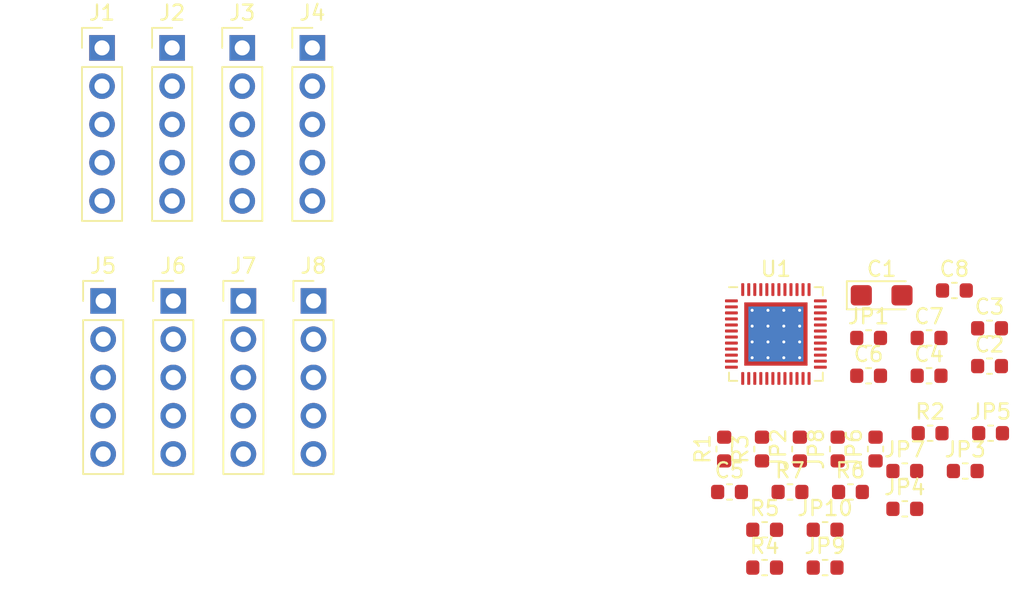
<source format=kicad_pcb>
(kicad_pcb (version 20171130) (host pcbnew "(5.1.5)-3")

  (general
    (thickness 1.6)
    (drawings 0)
    (tracks 0)
    (zones 0)
    (modules 34)
    (nets 42)
  )

  (page A4)
  (title_block
    (title SimpleF303)
    (date 2020-02-10)
    (rev 0.1)
  )

  (layers
    (0 F.Cu mixed)
    (1 In1.Cu signal)
    (2 In2.Cu signal)
    (31 B.Cu power)
    (33 F.Adhes user)
    (35 F.Paste user)
    (37 F.SilkS user)
    (39 F.Mask user)
    (40 Dwgs.User user)
    (41 Cmts.User user)
    (42 Eco1.User user)
    (43 Eco2.User user)
    (44 Edge.Cuts user)
    (45 Margin user)
    (46 B.CrtYd user)
    (47 F.CrtYd user)
    (49 F.Fab user)
  )

  (setup
    (last_trace_width 0.3)
    (user_trace_width 0.128)
    (user_trace_width 0.2)
    (user_trace_width 0.25)
    (user_trace_width 0.3)
    (user_trace_width 0.4)
    (user_trace_width 0.6)
    (user_trace_width 1)
    (user_trace_width 1.5)
    (trace_clearance 0.15)
    (zone_clearance 0.2)
    (zone_45_only no)
    (trace_min 0.127)
    (via_size 0.6)
    (via_drill 0.3)
    (via_min_size 0.6)
    (via_min_drill 0.3)
    (user_via 0.6 0.3)
    (user_via 0.8 0.4)
    (user_via 1 0.6)
    (user_via 1.2 1)
    (user_via 1.8 1.6)
    (uvia_size 0.3)
    (uvia_drill 0.1)
    (uvias_allowed no)
    (uvia_min_size 0.2)
    (uvia_min_drill 0.1)
    (edge_width 0.05)
    (segment_width 0.127)
    (pcb_text_width 0.3)
    (pcb_text_size 1.5 1.5)
    (mod_edge_width 0.16)
    (mod_text_size 0.7 0.85)
    (mod_text_width 0.155)
    (pad_size 1.524 1.524)
    (pad_drill 0.762)
    (pad_to_mask_clearance 0.051)
    (solder_mask_min_width 0.25)
    (aux_axis_origin 0 0)
    (visible_elements 7FFFFFFF)
    (pcbplotparams
      (layerselection 0x010fc_ffffffff)
      (usegerberextensions true)
      (usegerberattributes false)
      (usegerberadvancedattributes false)
      (creategerberjobfile false)
      (excludeedgelayer true)
      (linewidth 0.100000)
      (plotframeref false)
      (viasonmask false)
      (mode 1)
      (useauxorigin false)
      (hpglpennumber 1)
      (hpglpenspeed 20)
      (hpglpendiameter 15.000000)
      (psnegative false)
      (psa4output false)
      (plotreference true)
      (plotvalue true)
      (plotinvisibletext false)
      (padsonsilk false)
      (subtractmaskfromsilk true)
      (outputformat 1)
      (mirror false)
      (drillshape 0)
      (scaleselection 1)
      (outputdirectory "output/"))
  )

  (net 0 "")
  (net 1 GND)
  (net 2 VCC)
  (net 3 /ADDR1)
  (net 4 /ADDR2)
  (net 5 /IICRST)
  (net 6 /SYNC)
  (net 7 /INTB)
  (net 8 /SDB)
  (net 9 /SCL)
  (net 10 /SDA)
  (net 11 VCOM)
  (net 12 VBUS)
  (net 13 /RSET)
  (net 14 "Net-(J1-Pad5)")
  (net 15 "Net-(J1-Pad4)")
  (net 16 "Net-(J1-Pad3)")
  (net 17 "Net-(J1-Pad2)")
  (net 18 "Net-(J1-Pad1)")
  (net 19 "Net-(J2-Pad5)")
  (net 20 "Net-(J2-Pad4)")
  (net 21 "Net-(J2-Pad3)")
  (net 22 "Net-(J2-Pad2)")
  (net 23 "Net-(J2-Pad1)")
  (net 24 "Net-(J5-Pad5)")
  (net 25 "Net-(J5-Pad4)")
  (net 26 "Net-(J5-Pad3)")
  (net 27 "Net-(J5-Pad2)")
  (net 28 "Net-(J5-Pad1)")
  (net 29 "Net-(J6-Pad5)")
  (net 30 "Net-(J6-Pad3)")
  (net 31 "Net-(J6-Pad2)")
  (net 32 "Net-(J6-Pad1)")
  (net 33 "Net-(J7-Pad5)")
  (net 34 "Net-(J7-Pad4)")
  (net 35 "Net-(J7-Pad3)")
  (net 36 "Net-(J7-Pad2)")
  (net 37 "Net-(J7-Pad1)")
  (net 38 "Net-(J8-Pad5)")
  (net 39 "Net-(J8-Pad4)")
  (net 40 "Net-(J8-Pad3)")
  (net 41 "Net-(J8-Pad2)")

  (net_class Default 这是默认网络类。
    (clearance 0.15)
    (trace_width 0.3)
    (via_dia 0.6)
    (via_drill 0.3)
    (uvia_dia 0.3)
    (uvia_drill 0.1)
    (diff_pair_width 0.3)
    (diff_pair_gap 0.3)
    (add_net /ADDR1)
    (add_net /ADDR2)
    (add_net /IICRST)
    (add_net /INTB)
    (add_net /RSET)
    (add_net /SCL)
    (add_net /SDA)
    (add_net /SDB)
    (add_net /SYNC)
    (add_net GND)
    (add_net "Net-(J1-Pad1)")
    (add_net "Net-(J1-Pad2)")
    (add_net "Net-(J1-Pad3)")
    (add_net "Net-(J1-Pad4)")
    (add_net "Net-(J1-Pad5)")
    (add_net "Net-(J2-Pad1)")
    (add_net "Net-(J2-Pad2)")
    (add_net "Net-(J2-Pad3)")
    (add_net "Net-(J2-Pad4)")
    (add_net "Net-(J2-Pad5)")
    (add_net "Net-(J4-Pad5)")
    (add_net "Net-(J5-Pad1)")
    (add_net "Net-(J5-Pad2)")
    (add_net "Net-(J5-Pad3)")
    (add_net "Net-(J5-Pad4)")
    (add_net "Net-(J5-Pad5)")
    (add_net "Net-(J6-Pad1)")
    (add_net "Net-(J6-Pad2)")
    (add_net "Net-(J6-Pad3)")
    (add_net "Net-(J6-Pad4)")
    (add_net "Net-(J6-Pad5)")
    (add_net "Net-(J7-Pad1)")
    (add_net "Net-(J7-Pad2)")
    (add_net "Net-(J7-Pad3)")
    (add_net "Net-(J7-Pad4)")
    (add_net "Net-(J7-Pad5)")
    (add_net "Net-(J8-Pad1)")
    (add_net "Net-(J8-Pad2)")
    (add_net "Net-(J8-Pad3)")
    (add_net "Net-(J8-Pad4)")
    (add_net "Net-(J8-Pad5)")
    (add_net "Net-(U1-Pad1)")
    (add_net "Net-(U1-Pad36)")
    (add_net VBUS)
    (add_net VCC)
    (add_net VCOM)
  )

  (net_class Power ""
    (clearance 0.15)
    (trace_width 0.4)
    (via_dia 0.8)
    (via_drill 0.4)
    (uvia_dia 0.3)
    (uvia_drill 0.1)
    (diff_pair_width 0.3)
    (diff_pair_gap 0.3)
  )

  (module Package_DFN_QFN:QFN-48-1EP_6x6mm_P0.4mm_EP4.2x4.2mm_ThermalVias (layer F.Cu) (tedit 5DC5F6A5) (tstamp 5E8AEA6C)
    (at 98.185 72.77)
    (descr "QFN, 48 Pin (https://static.dev.sifive.com/SiFive-FE310-G000-datasheet-v1p5.pdf#page=20), generated with kicad-footprint-generator ipc_noLead_generator.py")
    (tags "QFN NoLead")
    (path /5E46EC7D)
    (attr smd)
    (fp_text reference U1 (at 0 -4.32) (layer F.SilkS)
      (effects (font (size 1 1) (thickness 0.15)))
    )
    (fp_text value IS31FL3733-QF (at 0 4.32) (layer F.Fab)
      (effects (font (size 1 1) (thickness 0.15)))
    )
    (fp_text user %R (at 0 0) (layer F.Fab)
      (effects (font (size 1 1) (thickness 0.15)))
    )
    (fp_line (start 3.62 -3.62) (end -3.62 -3.62) (layer F.CrtYd) (width 0.05))
    (fp_line (start 3.62 3.62) (end 3.62 -3.62) (layer F.CrtYd) (width 0.05))
    (fp_line (start -3.62 3.62) (end 3.62 3.62) (layer F.CrtYd) (width 0.05))
    (fp_line (start -3.62 -3.62) (end -3.62 3.62) (layer F.CrtYd) (width 0.05))
    (fp_line (start -3 -2) (end -2 -3) (layer F.Fab) (width 0.1))
    (fp_line (start -3 3) (end -3 -2) (layer F.Fab) (width 0.1))
    (fp_line (start 3 3) (end -3 3) (layer F.Fab) (width 0.1))
    (fp_line (start 3 -3) (end 3 3) (layer F.Fab) (width 0.1))
    (fp_line (start -2 -3) (end 3 -3) (layer F.Fab) (width 0.1))
    (fp_line (start -2.56 -3.11) (end -3.11 -3.11) (layer F.SilkS) (width 0.12))
    (fp_line (start 3.11 3.11) (end 3.11 2.56) (layer F.SilkS) (width 0.12))
    (fp_line (start 2.56 3.11) (end 3.11 3.11) (layer F.SilkS) (width 0.12))
    (fp_line (start -3.11 3.11) (end -3.11 2.56) (layer F.SilkS) (width 0.12))
    (fp_line (start -2.56 3.11) (end -3.11 3.11) (layer F.SilkS) (width 0.12))
    (fp_line (start 3.11 -3.11) (end 3.11 -2.56) (layer F.SilkS) (width 0.12))
    (fp_line (start 2.56 -3.11) (end 3.11 -3.11) (layer F.SilkS) (width 0.12))
    (pad "" smd custom (at 1.8375 1.8375) (size 0.295204 0.295204) (layers F.Paste)
      (options (clearance outline) (anchor circle))
      (primitives
        (gr_poly (pts
           (xy -0.105817 0.013308) (xy 0.013308 -0.105817) (xy 0.105817 -0.105817) (xy 0.105817 0.105817) (xy -0.105817 0.105817)
) (width 0.211634))
      ))
    (pad "" smd custom (at 1.8375 -1.8375) (size 0.295204 0.295204) (layers F.Paste)
      (options (clearance outline) (anchor circle))
      (primitives
        (gr_poly (pts
           (xy -0.105817 -0.105817) (xy 0.105817 -0.105817) (xy 0.105817 0.105817) (xy 0.013308 0.105817) (xy -0.105817 -0.013308)
) (width 0.211634))
      ))
    (pad "" smd custom (at -1.8375 1.8375) (size 0.295204 0.295204) (layers F.Paste)
      (options (clearance outline) (anchor circle))
      (primitives
        (gr_poly (pts
           (xy -0.105817 -0.105817) (xy -0.013308 -0.105817) (xy 0.105817 0.013308) (xy 0.105817 0.105817) (xy -0.105817 0.105817)
) (width 0.211634))
      ))
    (pad "" smd custom (at -1.8375 -1.8375) (size 0.295204 0.295204) (layers F.Paste)
      (options (clearance outline) (anchor circle))
      (primitives
        (gr_poly (pts
           (xy -0.105817 -0.105817) (xy 0.105817 -0.105817) (xy 0.105817 -0.013308) (xy -0.013308 0.105817) (xy -0.105817 0.105817)
) (width 0.211634))
      ))
    (pad "" smd custom (at 1.05 1.8375) (size 0.331171 0.331171) (layers F.Paste)
      (options (clearance outline) (anchor circle))
      (primitives
        (gr_poly (pts
           (xy -0.331171 -0.043241) (xy -0.254875 -0.119537) (xy 0.254875 -0.119537) (xy 0.331171 -0.043241) (xy 0.331171 0.119537)
           (xy -0.331171 0.119537)) (width 0.184195))
      ))
    (pad "" smd custom (at 0 1.8375) (size 0.331171 0.331171) (layers F.Paste)
      (options (clearance outline) (anchor circle))
      (primitives
        (gr_poly (pts
           (xy -0.331171 -0.043241) (xy -0.254875 -0.119537) (xy 0.254875 -0.119537) (xy 0.331171 -0.043241) (xy 0.331171 0.119537)
           (xy -0.331171 0.119537)) (width 0.184195))
      ))
    (pad "" smd custom (at -1.05 1.8375) (size 0.331171 0.331171) (layers F.Paste)
      (options (clearance outline) (anchor circle))
      (primitives
        (gr_poly (pts
           (xy -0.331171 -0.043241) (xy -0.254875 -0.119537) (xy 0.254875 -0.119537) (xy 0.331171 -0.043241) (xy 0.331171 0.119537)
           (xy -0.331171 0.119537)) (width 0.184195))
      ))
    (pad "" smd custom (at 1.05 -1.8375) (size 0.331171 0.331171) (layers F.Paste)
      (options (clearance outline) (anchor circle))
      (primitives
        (gr_poly (pts
           (xy -0.331171 -0.119537) (xy 0.331171 -0.119537) (xy 0.331171 0.043241) (xy 0.254875 0.119537) (xy -0.254875 0.119537)
           (xy -0.331171 0.043241)) (width 0.184195))
      ))
    (pad "" smd custom (at 0 -1.8375) (size 0.331171 0.331171) (layers F.Paste)
      (options (clearance outline) (anchor circle))
      (primitives
        (gr_poly (pts
           (xy -0.331171 -0.119537) (xy 0.331171 -0.119537) (xy 0.331171 0.043241) (xy 0.254875 0.119537) (xy -0.254875 0.119537)
           (xy -0.331171 0.043241)) (width 0.184195))
      ))
    (pad "" smd custom (at -1.05 -1.8375) (size 0.331171 0.331171) (layers F.Paste)
      (options (clearance outline) (anchor circle))
      (primitives
        (gr_poly (pts
           (xy -0.331171 -0.119537) (xy 0.331171 -0.119537) (xy 0.331171 0.043241) (xy 0.254875 0.119537) (xy -0.254875 0.119537)
           (xy -0.331171 0.043241)) (width 0.184195))
      ))
    (pad "" smd custom (at 1.8375 1.05) (size 0.331171 0.331171) (layers F.Paste)
      (options (clearance outline) (anchor circle))
      (primitives
        (gr_poly (pts
           (xy -0.119537 -0.254875) (xy -0.043241 -0.331171) (xy 0.119537 -0.331171) (xy 0.119537 0.331171) (xy -0.043241 0.331171)
           (xy -0.119537 0.254875)) (width 0.184195))
      ))
    (pad "" smd custom (at 1.8375 0) (size 0.331171 0.331171) (layers F.Paste)
      (options (clearance outline) (anchor circle))
      (primitives
        (gr_poly (pts
           (xy -0.119537 -0.254875) (xy -0.043241 -0.331171) (xy 0.119537 -0.331171) (xy 0.119537 0.331171) (xy -0.043241 0.331171)
           (xy -0.119537 0.254875)) (width 0.184195))
      ))
    (pad "" smd custom (at 1.8375 -1.05) (size 0.331171 0.331171) (layers F.Paste)
      (options (clearance outline) (anchor circle))
      (primitives
        (gr_poly (pts
           (xy -0.119537 -0.254875) (xy -0.043241 -0.331171) (xy 0.119537 -0.331171) (xy 0.119537 0.331171) (xy -0.043241 0.331171)
           (xy -0.119537 0.254875)) (width 0.184195))
      ))
    (pad "" smd custom (at -1.8375 1.05) (size 0.331171 0.331171) (layers F.Paste)
      (options (clearance outline) (anchor circle))
      (primitives
        (gr_poly (pts
           (xy -0.119537 -0.331171) (xy 0.043241 -0.331171) (xy 0.119537 -0.254875) (xy 0.119537 0.254875) (xy 0.043241 0.331171)
           (xy -0.119537 0.331171)) (width 0.184195))
      ))
    (pad "" smd custom (at -1.8375 0) (size 0.331171 0.331171) (layers F.Paste)
      (options (clearance outline) (anchor circle))
      (primitives
        (gr_poly (pts
           (xy -0.119537 -0.331171) (xy 0.043241 -0.331171) (xy 0.119537 -0.254875) (xy 0.119537 0.254875) (xy 0.043241 0.331171)
           (xy -0.119537 0.331171)) (width 0.184195))
      ))
    (pad "" smd custom (at -1.8375 -1.05) (size 0.331171 0.331171) (layers F.Paste)
      (options (clearance outline) (anchor circle))
      (primitives
        (gr_poly (pts
           (xy -0.119537 -0.331171) (xy 0.043241 -0.331171) (xy 0.119537 -0.254875) (xy 0.119537 0.254875) (xy 0.043241 0.331171)
           (xy -0.119537 0.331171)) (width 0.184195))
      ))
    (pad "" smd roundrect (at 1.05 1.05) (size 0.846537 0.846537) (layers F.Paste) (roundrect_rratio 0.25))
    (pad "" smd roundrect (at 1.05 0) (size 0.846537 0.846537) (layers F.Paste) (roundrect_rratio 0.25))
    (pad "" smd roundrect (at 1.05 -1.05) (size 0.846537 0.846537) (layers F.Paste) (roundrect_rratio 0.25))
    (pad "" smd roundrect (at 0 1.05) (size 0.846537 0.846537) (layers F.Paste) (roundrect_rratio 0.25))
    (pad "" smd roundrect (at 0 0) (size 0.846537 0.846537) (layers F.Paste) (roundrect_rratio 0.25))
    (pad "" smd roundrect (at 0 -1.05) (size 0.846537 0.846537) (layers F.Paste) (roundrect_rratio 0.25))
    (pad "" smd roundrect (at -1.05 1.05) (size 0.846537 0.846537) (layers F.Paste) (roundrect_rratio 0.25))
    (pad "" smd roundrect (at -1.05 0) (size 0.846537 0.846537) (layers F.Paste) (roundrect_rratio 0.25))
    (pad "" smd roundrect (at -1.05 -1.05) (size 0.846537 0.846537) (layers F.Paste) (roundrect_rratio 0.25))
    (pad 49 smd rect (at 0 0) (size 3.65 3.65) (layers B.Cu)
      (net 1 GND))
    (pad 49 thru_hole circle (at 1.575 1.575) (size 0.5 0.5) (drill 0.2) (layers *.Cu)
      (net 1 GND))
    (pad 49 thru_hole circle (at 0.525 1.575) (size 0.5 0.5) (drill 0.2) (layers *.Cu)
      (net 1 GND))
    (pad 49 thru_hole circle (at -0.525 1.575) (size 0.5 0.5) (drill 0.2) (layers *.Cu)
      (net 1 GND))
    (pad 49 thru_hole circle (at -1.575 1.575) (size 0.5 0.5) (drill 0.2) (layers *.Cu)
      (net 1 GND))
    (pad 49 thru_hole circle (at 1.575 0.525) (size 0.5 0.5) (drill 0.2) (layers *.Cu)
      (net 1 GND))
    (pad 49 thru_hole circle (at 0.525 0.525) (size 0.5 0.5) (drill 0.2) (layers *.Cu)
      (net 1 GND))
    (pad 49 thru_hole circle (at -0.525 0.525) (size 0.5 0.5) (drill 0.2) (layers *.Cu)
      (net 1 GND))
    (pad 49 thru_hole circle (at -1.575 0.525) (size 0.5 0.5) (drill 0.2) (layers *.Cu)
      (net 1 GND))
    (pad 49 thru_hole circle (at 1.575 -0.525) (size 0.5 0.5) (drill 0.2) (layers *.Cu)
      (net 1 GND))
    (pad 49 thru_hole circle (at 0.525 -0.525) (size 0.5 0.5) (drill 0.2) (layers *.Cu)
      (net 1 GND))
    (pad 49 thru_hole circle (at -0.525 -0.525) (size 0.5 0.5) (drill 0.2) (layers *.Cu)
      (net 1 GND))
    (pad 49 thru_hole circle (at -1.575 -0.525) (size 0.5 0.5) (drill 0.2) (layers *.Cu)
      (net 1 GND))
    (pad 49 thru_hole circle (at 1.575 -1.575) (size 0.5 0.5) (drill 0.2) (layers *.Cu)
      (net 1 GND))
    (pad 49 thru_hole circle (at 0.525 -1.575) (size 0.5 0.5) (drill 0.2) (layers *.Cu)
      (net 1 GND))
    (pad 49 thru_hole circle (at -0.525 -1.575) (size 0.5 0.5) (drill 0.2) (layers *.Cu)
      (net 1 GND))
    (pad 49 thru_hole circle (at -1.575 -1.575) (size 0.5 0.5) (drill 0.2) (layers *.Cu)
      (net 1 GND))
    (pad 49 smd rect (at 0 0) (size 4.2 4.2) (layers F.Cu F.Mask)
      (net 1 GND))
    (pad 48 smd roundrect (at -2.2 -2.95) (size 0.2 0.85) (layers F.Cu F.Paste F.Mask) (roundrect_rratio 0.25)
      (net 1 GND))
    (pad 47 smd roundrect (at -1.8 -2.95) (size 0.2 0.85) (layers F.Cu F.Paste F.Mask) (roundrect_rratio 0.25)
      (net 5 /IICRST))
    (pad 46 smd roundrect (at -1.4 -2.95) (size 0.2 0.85) (layers F.Cu F.Paste F.Mask) (roundrect_rratio 0.25)
      (net 8 /SDB))
    (pad 45 smd roundrect (at -1 -2.95) (size 0.2 0.85) (layers F.Cu F.Paste F.Mask) (roundrect_rratio 0.25)
      (net 7 /INTB))
    (pad 44 smd roundrect (at -0.6 -2.95) (size 0.2 0.85) (layers F.Cu F.Paste F.Mask) (roundrect_rratio 0.25)
      (net 4 /ADDR2))
    (pad 43 smd roundrect (at -0.2 -2.95) (size 0.2 0.85) (layers F.Cu F.Paste F.Mask) (roundrect_rratio 0.25)
      (net 3 /ADDR1))
    (pad 42 smd roundrect (at 0.2 -2.95) (size 0.2 0.85) (layers F.Cu F.Paste F.Mask) (roundrect_rratio 0.25)
      (net 9 /SCL))
    (pad 41 smd roundrect (at 0.6 -2.95) (size 0.2 0.85) (layers F.Cu F.Paste F.Mask) (roundrect_rratio 0.25)
      (net 10 /SDA))
    (pad 40 smd roundrect (at 1 -2.95) (size 0.2 0.85) (layers F.Cu F.Paste F.Mask) (roundrect_rratio 0.25)
      (net 6 /SYNC))
    (pad 39 smd roundrect (at 1.4 -2.95) (size 0.2 0.85) (layers F.Cu F.Paste F.Mask) (roundrect_rratio 0.25)
      (net 11 VCOM))
    (pad 38 smd roundrect (at 1.8 -2.95) (size 0.2 0.85) (layers F.Cu F.Paste F.Mask) (roundrect_rratio 0.25)
      (net 2 VCC))
    (pad 37 smd roundrect (at 2.2 -2.95) (size 0.2 0.85) (layers F.Cu F.Paste F.Mask) (roundrect_rratio 0.25)
      (net 2 VCC))
    (pad 36 smd roundrect (at 2.95 -2.2) (size 0.85 0.2) (layers F.Cu F.Paste F.Mask) (roundrect_rratio 0.25))
    (pad 35 smd roundrect (at 2.95 -1.8) (size 0.85 0.2) (layers F.Cu F.Paste F.Mask) (roundrect_rratio 0.25)
      (net 13 /RSET))
    (pad 34 smd roundrect (at 2.95 -1.4) (size 0.85 0.2) (layers F.Cu F.Paste F.Mask) (roundrect_rratio 0.25)
      (net 1 GND))
    (pad 33 smd roundrect (at 2.95 -1) (size 0.85 0.2) (layers F.Cu F.Paste F.Mask) (roundrect_rratio 0.25)
      (net 29 "Net-(J6-Pad5)"))
    (pad 32 smd roundrect (at 2.95 -0.6) (size 0.85 0.2) (layers F.Cu F.Paste F.Mask) (roundrect_rratio 0.25)
      (net 28 "Net-(J5-Pad1)"))
    (pad 31 smd roundrect (at 2.95 -0.2) (size 0.85 0.2) (layers F.Cu F.Paste F.Mask) (roundrect_rratio 0.25)
      (net 27 "Net-(J5-Pad2)"))
    (pad 30 smd roundrect (at 2.95 0.2) (size 0.85 0.2) (layers F.Cu F.Paste F.Mask) (roundrect_rratio 0.25)
      (net 26 "Net-(J5-Pad3)"))
    (pad 29 smd roundrect (at 2.95 0.6) (size 0.85 0.2) (layers F.Cu F.Paste F.Mask) (roundrect_rratio 0.25)
      (net 2 VCC))
    (pad 28 smd roundrect (at 2.95 1) (size 0.85 0.2) (layers F.Cu F.Paste F.Mask) (roundrect_rratio 0.25)
      (net 25 "Net-(J5-Pad4)"))
    (pad 27 smd roundrect (at 2.95 1.4) (size 0.85 0.2) (layers F.Cu F.Paste F.Mask) (roundrect_rratio 0.25)
      (net 24 "Net-(J5-Pad5)"))
    (pad 26 smd roundrect (at 2.95 1.8) (size 0.85 0.2) (layers F.Cu F.Paste F.Mask) (roundrect_rratio 0.25)
      (net 23 "Net-(J2-Pad1)"))
    (pad 25 smd roundrect (at 2.95 2.2) (size 0.85 0.2) (layers F.Cu F.Paste F.Mask) (roundrect_rratio 0.25)
      (net 22 "Net-(J2-Pad2)"))
    (pad 24 smd roundrect (at 2.2 2.95) (size 0.2 0.85) (layers F.Cu F.Paste F.Mask) (roundrect_rratio 0.25)
      (net 21 "Net-(J2-Pad3)"))
    (pad 23 smd roundrect (at 1.8 2.95) (size 0.2 0.85) (layers F.Cu F.Paste F.Mask) (roundrect_rratio 0.25)
      (net 20 "Net-(J2-Pad4)"))
    (pad 22 smd roundrect (at 1.4 2.95) (size 0.2 0.85) (layers F.Cu F.Paste F.Mask) (roundrect_rratio 0.25)
      (net 19 "Net-(J2-Pad5)"))
    (pad 21 smd roundrect (at 1 2.95) (size 0.2 0.85) (layers F.Cu F.Paste F.Mask) (roundrect_rratio 0.25)
      (net 18 "Net-(J1-Pad1)"))
    (pad 20 smd roundrect (at 0.6 2.95) (size 0.2 0.85) (layers F.Cu F.Paste F.Mask) (roundrect_rratio 0.25)
      (net 2 VCC))
    (pad 19 smd roundrect (at 0.2 2.95) (size 0.2 0.85) (layers F.Cu F.Paste F.Mask) (roundrect_rratio 0.25)
      (net 17 "Net-(J1-Pad2)"))
    (pad 18 smd roundrect (at -0.2 2.95) (size 0.2 0.85) (layers F.Cu F.Paste F.Mask) (roundrect_rratio 0.25)
      (net 16 "Net-(J1-Pad3)"))
    (pad 17 smd roundrect (at -0.6 2.95) (size 0.2 0.85) (layers F.Cu F.Paste F.Mask) (roundrect_rratio 0.25)
      (net 15 "Net-(J1-Pad4)"))
    (pad 16 smd roundrect (at -1 2.95) (size 0.2 0.85) (layers F.Cu F.Paste F.Mask) (roundrect_rratio 0.25)
      (net 14 "Net-(J1-Pad5)"))
    (pad 15 smd roundrect (at -1.4 2.95) (size 0.2 0.85) (layers F.Cu F.Paste F.Mask) (roundrect_rratio 0.25)
      (net 41 "Net-(J8-Pad2)"))
    (pad 14 smd roundrect (at -1.8 2.95) (size 0.2 0.85) (layers F.Cu F.Paste F.Mask) (roundrect_rratio 0.25)
      (net 40 "Net-(J8-Pad3)"))
    (pad 13 smd roundrect (at -2.2 2.95) (size 0.2 0.85) (layers F.Cu F.Paste F.Mask) (roundrect_rratio 0.25)
      (net 39 "Net-(J8-Pad4)"))
    (pad 12 smd roundrect (at -2.95 2.2) (size 0.85 0.2) (layers F.Cu F.Paste F.Mask) (roundrect_rratio 0.25)
      (net 1 GND))
    (pad 11 smd roundrect (at -2.95 1.8) (size 0.85 0.2) (layers F.Cu F.Paste F.Mask) (roundrect_rratio 0.25)
      (net 38 "Net-(J8-Pad5)"))
    (pad 10 smd roundrect (at -2.95 1.4) (size 0.85 0.2) (layers F.Cu F.Paste F.Mask) (roundrect_rratio 0.25)
      (net 37 "Net-(J7-Pad1)"))
    (pad 9 smd roundrect (at -2.95 1) (size 0.85 0.2) (layers F.Cu F.Paste F.Mask) (roundrect_rratio 0.25)
      (net 36 "Net-(J7-Pad2)"))
    (pad 8 smd roundrect (at -2.95 0.6) (size 0.85 0.2) (layers F.Cu F.Paste F.Mask) (roundrect_rratio 0.25)
      (net 35 "Net-(J7-Pad3)"))
    (pad 7 smd roundrect (at -2.95 0.2) (size 0.85 0.2) (layers F.Cu F.Paste F.Mask) (roundrect_rratio 0.25)
      (net 34 "Net-(J7-Pad4)"))
    (pad 6 smd roundrect (at -2.95 -0.2) (size 0.85 0.2) (layers F.Cu F.Paste F.Mask) (roundrect_rratio 0.25)
      (net 33 "Net-(J7-Pad5)"))
    (pad 5 smd roundrect (at -2.95 -0.6) (size 0.85 0.2) (layers F.Cu F.Paste F.Mask) (roundrect_rratio 0.25)
      (net 1 GND))
    (pad 4 smd roundrect (at -2.95 -1) (size 0.85 0.2) (layers F.Cu F.Paste F.Mask) (roundrect_rratio 0.25)
      (net 32 "Net-(J6-Pad1)"))
    (pad 3 smd roundrect (at -2.95 -1.4) (size 0.85 0.2) (layers F.Cu F.Paste F.Mask) (roundrect_rratio 0.25)
      (net 31 "Net-(J6-Pad2)"))
    (pad 2 smd roundrect (at -2.95 -1.8) (size 0.85 0.2) (layers F.Cu F.Paste F.Mask) (roundrect_rratio 0.25)
      (net 30 "Net-(J6-Pad3)"))
    (pad 1 smd roundrect (at -2.95 -2.2) (size 0.85 0.2) (layers F.Cu F.Paste F.Mask) (roundrect_rratio 0.25))
    (model ${KISYS3DMOD}/Package_DFN_QFN.3dshapes/QFN-48-1EP_6x6mm_P0.4mm_EP4.2x4.2mm.wrl
      (at (xyz 0 0 0))
      (scale (xyz 1 1 1))
      (rotate (xyz 0 0 0))
    )
  )

  (module Resistor_SMD:R_0603_1608Metric (layer F.Cu) (tedit 5B301BBD) (tstamp 5E8AE9FC)
    (at 99.12 83.255)
    (descr "Resistor SMD 0603 (1608 Metric), square (rectangular) end terminal, IPC_7351 nominal, (Body size source: http://www.tortai-tech.com/upload/download/2011102023233369053.pdf), generated with kicad-footprint-generator")
    (tags resistor)
    (path /5E994E94)
    (attr smd)
    (fp_text reference R7 (at 0 -1.43) (layer F.SilkS)
      (effects (font (size 1 1) (thickness 0.15)))
    )
    (fp_text value 20K (at 0 1.43) (layer F.Fab)
      (effects (font (size 1 1) (thickness 0.15)))
    )
    (fp_text user %R (at 0 0) (layer F.Fab)
      (effects (font (size 0.4 0.4) (thickness 0.06)))
    )
    (fp_line (start 1.48 0.73) (end -1.48 0.73) (layer F.CrtYd) (width 0.05))
    (fp_line (start 1.48 -0.73) (end 1.48 0.73) (layer F.CrtYd) (width 0.05))
    (fp_line (start -1.48 -0.73) (end 1.48 -0.73) (layer F.CrtYd) (width 0.05))
    (fp_line (start -1.48 0.73) (end -1.48 -0.73) (layer F.CrtYd) (width 0.05))
    (fp_line (start -0.162779 0.51) (end 0.162779 0.51) (layer F.SilkS) (width 0.12))
    (fp_line (start -0.162779 -0.51) (end 0.162779 -0.51) (layer F.SilkS) (width 0.12))
    (fp_line (start 0.8 0.4) (end -0.8 0.4) (layer F.Fab) (width 0.1))
    (fp_line (start 0.8 -0.4) (end 0.8 0.4) (layer F.Fab) (width 0.1))
    (fp_line (start -0.8 -0.4) (end 0.8 -0.4) (layer F.Fab) (width 0.1))
    (fp_line (start -0.8 0.4) (end -0.8 -0.4) (layer F.Fab) (width 0.1))
    (pad 2 smd roundrect (at 0.7875 0) (size 0.875 0.95) (layers F.Cu F.Paste F.Mask) (roundrect_rratio 0.25)
      (net 13 /RSET))
    (pad 1 smd roundrect (at -0.7875 0) (size 0.875 0.95) (layers F.Cu F.Paste F.Mask) (roundrect_rratio 0.25)
      (net 1 GND))
    (model ${KISYS3DMOD}/Resistor_SMD.3dshapes/R_0603_1608Metric.wrl
      (at (xyz 0 0 0))
      (scale (xyz 1 1 1))
      (rotate (xyz 0 0 0))
    )
  )

  (module Resistor_SMD:R_0603_1608Metric (layer F.Cu) (tedit 5B301BBD) (tstamp 5E8AE9EB)
    (at 103.13 83.255)
    (descr "Resistor SMD 0603 (1608 Metric), square (rectangular) end terminal, IPC_7351 nominal, (Body size source: http://www.tortai-tech.com/upload/download/2011102023233369053.pdf), generated with kicad-footprint-generator")
    (tags resistor)
    (path /5E4D9277)
    (attr smd)
    (fp_text reference R6 (at 0 -1.43) (layer F.SilkS)
      (effects (font (size 1 1) (thickness 0.15)))
    )
    (fp_text value 20K (at 0 1.43) (layer F.Fab)
      (effects (font (size 1 1) (thickness 0.15)))
    )
    (fp_text user %R (at 0 0) (layer F.Fab)
      (effects (font (size 0.4 0.4) (thickness 0.06)))
    )
    (fp_line (start 1.48 0.73) (end -1.48 0.73) (layer F.CrtYd) (width 0.05))
    (fp_line (start 1.48 -0.73) (end 1.48 0.73) (layer F.CrtYd) (width 0.05))
    (fp_line (start -1.48 -0.73) (end 1.48 -0.73) (layer F.CrtYd) (width 0.05))
    (fp_line (start -1.48 0.73) (end -1.48 -0.73) (layer F.CrtYd) (width 0.05))
    (fp_line (start -0.162779 0.51) (end 0.162779 0.51) (layer F.SilkS) (width 0.12))
    (fp_line (start -0.162779 -0.51) (end 0.162779 -0.51) (layer F.SilkS) (width 0.12))
    (fp_line (start 0.8 0.4) (end -0.8 0.4) (layer F.Fab) (width 0.1))
    (fp_line (start 0.8 -0.4) (end 0.8 0.4) (layer F.Fab) (width 0.1))
    (fp_line (start -0.8 -0.4) (end 0.8 -0.4) (layer F.Fab) (width 0.1))
    (fp_line (start -0.8 0.4) (end -0.8 -0.4) (layer F.Fab) (width 0.1))
    (pad 2 smd roundrect (at 0.7875 0) (size 0.875 0.95) (layers F.Cu F.Paste F.Mask) (roundrect_rratio 0.25)
      (net 13 /RSET))
    (pad 1 smd roundrect (at -0.7875 0) (size 0.875 0.95) (layers F.Cu F.Paste F.Mask) (roundrect_rratio 0.25)
      (net 1 GND))
    (model ${KISYS3DMOD}/Resistor_SMD.3dshapes/R_0603_1608Metric.wrl
      (at (xyz 0 0 0))
      (scale (xyz 1 1 1))
      (rotate (xyz 0 0 0))
    )
  )

  (module Resistor_SMD:R_0603_1608Metric (layer F.Cu) (tedit 5B301BBD) (tstamp 5E8AE9DA)
    (at 97.44 85.765)
    (descr "Resistor SMD 0603 (1608 Metric), square (rectangular) end terminal, IPC_7351 nominal, (Body size source: http://www.tortai-tech.com/upload/download/2011102023233369053.pdf), generated with kicad-footprint-generator")
    (tags resistor)
    (path /5E43CB7A)
    (attr smd)
    (fp_text reference R5 (at 0 -1.43) (layer F.SilkS)
      (effects (font (size 1 1) (thickness 0.15)))
    )
    (fp_text value 100k (at 0 1.43) (layer F.Fab)
      (effects (font (size 1 1) (thickness 0.15)))
    )
    (fp_text user %R (at 0 0) (layer F.Fab)
      (effects (font (size 0.4 0.4) (thickness 0.06)))
    )
    (fp_line (start 1.48 0.73) (end -1.48 0.73) (layer F.CrtYd) (width 0.05))
    (fp_line (start 1.48 -0.73) (end 1.48 0.73) (layer F.CrtYd) (width 0.05))
    (fp_line (start -1.48 -0.73) (end 1.48 -0.73) (layer F.CrtYd) (width 0.05))
    (fp_line (start -1.48 0.73) (end -1.48 -0.73) (layer F.CrtYd) (width 0.05))
    (fp_line (start -0.162779 0.51) (end 0.162779 0.51) (layer F.SilkS) (width 0.12))
    (fp_line (start -0.162779 -0.51) (end 0.162779 -0.51) (layer F.SilkS) (width 0.12))
    (fp_line (start 0.8 0.4) (end -0.8 0.4) (layer F.Fab) (width 0.1))
    (fp_line (start 0.8 -0.4) (end 0.8 0.4) (layer F.Fab) (width 0.1))
    (fp_line (start -0.8 -0.4) (end 0.8 -0.4) (layer F.Fab) (width 0.1))
    (fp_line (start -0.8 0.4) (end -0.8 -0.4) (layer F.Fab) (width 0.1))
    (pad 2 smd roundrect (at 0.7875 0) (size 0.875 0.95) (layers F.Cu F.Paste F.Mask) (roundrect_rratio 0.25)
      (net 8 /SDB))
    (pad 1 smd roundrect (at -0.7875 0) (size 0.875 0.95) (layers F.Cu F.Paste F.Mask) (roundrect_rratio 0.25)
      (net 1 GND))
    (model ${KISYS3DMOD}/Resistor_SMD.3dshapes/R_0603_1608Metric.wrl
      (at (xyz 0 0 0))
      (scale (xyz 1 1 1))
      (rotate (xyz 0 0 0))
    )
  )

  (module Resistor_SMD:R_0603_1608Metric (layer F.Cu) (tedit 5B301BBD) (tstamp 5E8AE9C9)
    (at 97.44 88.275)
    (descr "Resistor SMD 0603 (1608 Metric), square (rectangular) end terminal, IPC_7351 nominal, (Body size source: http://www.tortai-tech.com/upload/download/2011102023233369053.pdf), generated with kicad-footprint-generator")
    (tags resistor)
    (path /5E5F9CD7)
    (attr smd)
    (fp_text reference R4 (at 0 -1.43) (layer F.SilkS)
      (effects (font (size 1 1) (thickness 0.15)))
    )
    (fp_text value 100k (at 0 1.43) (layer F.Fab)
      (effects (font (size 1 1) (thickness 0.15)))
    )
    (fp_text user %R (at 0 0) (layer F.Fab)
      (effects (font (size 0.4 0.4) (thickness 0.06)))
    )
    (fp_line (start 1.48 0.73) (end -1.48 0.73) (layer F.CrtYd) (width 0.05))
    (fp_line (start 1.48 -0.73) (end 1.48 0.73) (layer F.CrtYd) (width 0.05))
    (fp_line (start -1.48 -0.73) (end 1.48 -0.73) (layer F.CrtYd) (width 0.05))
    (fp_line (start -1.48 0.73) (end -1.48 -0.73) (layer F.CrtYd) (width 0.05))
    (fp_line (start -0.162779 0.51) (end 0.162779 0.51) (layer F.SilkS) (width 0.12))
    (fp_line (start -0.162779 -0.51) (end 0.162779 -0.51) (layer F.SilkS) (width 0.12))
    (fp_line (start 0.8 0.4) (end -0.8 0.4) (layer F.Fab) (width 0.1))
    (fp_line (start 0.8 -0.4) (end 0.8 0.4) (layer F.Fab) (width 0.1))
    (fp_line (start -0.8 -0.4) (end 0.8 -0.4) (layer F.Fab) (width 0.1))
    (fp_line (start -0.8 0.4) (end -0.8 -0.4) (layer F.Fab) (width 0.1))
    (pad 2 smd roundrect (at 0.7875 0) (size 0.875 0.95) (layers F.Cu F.Paste F.Mask) (roundrect_rratio 0.25)
      (net 5 /IICRST))
    (pad 1 smd roundrect (at -0.7875 0) (size 0.875 0.95) (layers F.Cu F.Paste F.Mask) (roundrect_rratio 0.25)
      (net 1 GND))
    (model ${KISYS3DMOD}/Resistor_SMD.3dshapes/R_0603_1608Metric.wrl
      (at (xyz 0 0 0))
      (scale (xyz 1 1 1))
      (rotate (xyz 0 0 0))
    )
  )

  (module Resistor_SMD:R_0603_1608Metric (layer F.Cu) (tedit 5B301BBD) (tstamp 5E8AE9B8)
    (at 97.265 80.405 90)
    (descr "Resistor SMD 0603 (1608 Metric), square (rectangular) end terminal, IPC_7351 nominal, (Body size source: http://www.tortai-tech.com/upload/download/2011102023233369053.pdf), generated with kicad-footprint-generator")
    (tags resistor)
    (path /5E4F0035)
    (attr smd)
    (fp_text reference R3 (at 0 -1.43 90) (layer F.SilkS)
      (effects (font (size 1 1) (thickness 0.15)))
    )
    (fp_text value 100k (at 0 1.43 90) (layer F.Fab)
      (effects (font (size 1 1) (thickness 0.15)))
    )
    (fp_text user %R (at 0 0 90) (layer F.Fab)
      (effects (font (size 0.4 0.4) (thickness 0.06)))
    )
    (fp_line (start 1.48 0.73) (end -1.48 0.73) (layer F.CrtYd) (width 0.05))
    (fp_line (start 1.48 -0.73) (end 1.48 0.73) (layer F.CrtYd) (width 0.05))
    (fp_line (start -1.48 -0.73) (end 1.48 -0.73) (layer F.CrtYd) (width 0.05))
    (fp_line (start -1.48 0.73) (end -1.48 -0.73) (layer F.CrtYd) (width 0.05))
    (fp_line (start -0.162779 0.51) (end 0.162779 0.51) (layer F.SilkS) (width 0.12))
    (fp_line (start -0.162779 -0.51) (end 0.162779 -0.51) (layer F.SilkS) (width 0.12))
    (fp_line (start 0.8 0.4) (end -0.8 0.4) (layer F.Fab) (width 0.1))
    (fp_line (start 0.8 -0.4) (end 0.8 0.4) (layer F.Fab) (width 0.1))
    (fp_line (start -0.8 -0.4) (end 0.8 -0.4) (layer F.Fab) (width 0.1))
    (fp_line (start -0.8 0.4) (end -0.8 -0.4) (layer F.Fab) (width 0.1))
    (pad 2 smd roundrect (at 0.7875 0 90) (size 0.875 0.95) (layers F.Cu F.Paste F.Mask) (roundrect_rratio 0.25)
      (net 11 VCOM))
    (pad 1 smd roundrect (at -0.7875 0 90) (size 0.875 0.95) (layers F.Cu F.Paste F.Mask) (roundrect_rratio 0.25)
      (net 7 /INTB))
    (model ${KISYS3DMOD}/Resistor_SMD.3dshapes/R_0603_1608Metric.wrl
      (at (xyz 0 0 0))
      (scale (xyz 1 1 1))
      (rotate (xyz 0 0 0))
    )
  )

  (module Resistor_SMD:R_0603_1608Metric (layer F.Cu) (tedit 5B301BBD) (tstamp 5E8AE9A7)
    (at 108.415 79.355)
    (descr "Resistor SMD 0603 (1608 Metric), square (rectangular) end terminal, IPC_7351 nominal, (Body size source: http://www.tortai-tech.com/upload/download/2011102023233369053.pdf), generated with kicad-footprint-generator")
    (tags resistor)
    (path /5E44337D)
    (attr smd)
    (fp_text reference R2 (at 0 -1.43) (layer F.SilkS)
      (effects (font (size 1 1) (thickness 0.15)))
    )
    (fp_text value 1.5k (at 0 1.43) (layer F.Fab)
      (effects (font (size 1 1) (thickness 0.15)))
    )
    (fp_text user %R (at 0 0) (layer F.Fab)
      (effects (font (size 0.4 0.4) (thickness 0.06)))
    )
    (fp_line (start 1.48 0.73) (end -1.48 0.73) (layer F.CrtYd) (width 0.05))
    (fp_line (start 1.48 -0.73) (end 1.48 0.73) (layer F.CrtYd) (width 0.05))
    (fp_line (start -1.48 -0.73) (end 1.48 -0.73) (layer F.CrtYd) (width 0.05))
    (fp_line (start -1.48 0.73) (end -1.48 -0.73) (layer F.CrtYd) (width 0.05))
    (fp_line (start -0.162779 0.51) (end 0.162779 0.51) (layer F.SilkS) (width 0.12))
    (fp_line (start -0.162779 -0.51) (end 0.162779 -0.51) (layer F.SilkS) (width 0.12))
    (fp_line (start 0.8 0.4) (end -0.8 0.4) (layer F.Fab) (width 0.1))
    (fp_line (start 0.8 -0.4) (end 0.8 0.4) (layer F.Fab) (width 0.1))
    (fp_line (start -0.8 -0.4) (end 0.8 -0.4) (layer F.Fab) (width 0.1))
    (fp_line (start -0.8 0.4) (end -0.8 -0.4) (layer F.Fab) (width 0.1))
    (pad 2 smd roundrect (at 0.7875 0) (size 0.875 0.95) (layers F.Cu F.Paste F.Mask) (roundrect_rratio 0.25)
      (net 11 VCOM))
    (pad 1 smd roundrect (at -0.7875 0) (size 0.875 0.95) (layers F.Cu F.Paste F.Mask) (roundrect_rratio 0.25)
      (net 9 /SCL))
    (model ${KISYS3DMOD}/Resistor_SMD.3dshapes/R_0603_1608Metric.wrl
      (at (xyz 0 0 0))
      (scale (xyz 1 1 1))
      (rotate (xyz 0 0 0))
    )
  )

  (module Resistor_SMD:R_0603_1608Metric (layer F.Cu) (tedit 5B301BBD) (tstamp 5E8AE996)
    (at 94.755 80.405 90)
    (descr "Resistor SMD 0603 (1608 Metric), square (rectangular) end terminal, IPC_7351 nominal, (Body size source: http://www.tortai-tech.com/upload/download/2011102023233369053.pdf), generated with kicad-footprint-generator")
    (tags resistor)
    (path /5E444692)
    (attr smd)
    (fp_text reference R1 (at 0 -1.43 90) (layer F.SilkS)
      (effects (font (size 1 1) (thickness 0.15)))
    )
    (fp_text value 1.5k (at 0 1.43 90) (layer F.Fab)
      (effects (font (size 1 1) (thickness 0.15)))
    )
    (fp_text user %R (at 0 0 90) (layer F.Fab)
      (effects (font (size 0.4 0.4) (thickness 0.06)))
    )
    (fp_line (start 1.48 0.73) (end -1.48 0.73) (layer F.CrtYd) (width 0.05))
    (fp_line (start 1.48 -0.73) (end 1.48 0.73) (layer F.CrtYd) (width 0.05))
    (fp_line (start -1.48 -0.73) (end 1.48 -0.73) (layer F.CrtYd) (width 0.05))
    (fp_line (start -1.48 0.73) (end -1.48 -0.73) (layer F.CrtYd) (width 0.05))
    (fp_line (start -0.162779 0.51) (end 0.162779 0.51) (layer F.SilkS) (width 0.12))
    (fp_line (start -0.162779 -0.51) (end 0.162779 -0.51) (layer F.SilkS) (width 0.12))
    (fp_line (start 0.8 0.4) (end -0.8 0.4) (layer F.Fab) (width 0.1))
    (fp_line (start 0.8 -0.4) (end 0.8 0.4) (layer F.Fab) (width 0.1))
    (fp_line (start -0.8 -0.4) (end 0.8 -0.4) (layer F.Fab) (width 0.1))
    (fp_line (start -0.8 0.4) (end -0.8 -0.4) (layer F.Fab) (width 0.1))
    (pad 2 smd roundrect (at 0.7875 0 90) (size 0.875 0.95) (layers F.Cu F.Paste F.Mask) (roundrect_rratio 0.25)
      (net 11 VCOM))
    (pad 1 smd roundrect (at -0.7875 0 90) (size 0.875 0.95) (layers F.Cu F.Paste F.Mask) (roundrect_rratio 0.25)
      (net 10 /SDA))
    (model ${KISYS3DMOD}/Resistor_SMD.3dshapes/R_0603_1608Metric.wrl
      (at (xyz 0 0 0))
      (scale (xyz 1 1 1))
      (rotate (xyz 0 0 0))
    )
  )

  (module Resistor_SMD:R_0603_1608Metric (layer F.Cu) (tedit 5B301BBD) (tstamp 5E8AE985)
    (at 101.45 85.765)
    (descr "Resistor SMD 0603 (1608 Metric), square (rectangular) end terminal, IPC_7351 nominal, (Body size source: http://www.tortai-tech.com/upload/download/2011102023233369053.pdf), generated with kicad-footprint-generator")
    (tags resistor)
    (path /5E94D9E0)
    (attr smd)
    (fp_text reference JP10 (at 0 -1.43) (layer F.SilkS)
      (effects (font (size 1 1) (thickness 0.15)))
    )
    (fp_text value VCC (at 0 1.43) (layer F.Fab)
      (effects (font (size 1 1) (thickness 0.15)))
    )
    (fp_text user %R (at 0 0) (layer F.Fab)
      (effects (font (size 0.4 0.4) (thickness 0.06)))
    )
    (fp_line (start 1.48 0.73) (end -1.48 0.73) (layer F.CrtYd) (width 0.05))
    (fp_line (start 1.48 -0.73) (end 1.48 0.73) (layer F.CrtYd) (width 0.05))
    (fp_line (start -1.48 -0.73) (end 1.48 -0.73) (layer F.CrtYd) (width 0.05))
    (fp_line (start -1.48 0.73) (end -1.48 -0.73) (layer F.CrtYd) (width 0.05))
    (fp_line (start -0.162779 0.51) (end 0.162779 0.51) (layer F.SilkS) (width 0.12))
    (fp_line (start -0.162779 -0.51) (end 0.162779 -0.51) (layer F.SilkS) (width 0.12))
    (fp_line (start 0.8 0.4) (end -0.8 0.4) (layer F.Fab) (width 0.1))
    (fp_line (start 0.8 -0.4) (end 0.8 0.4) (layer F.Fab) (width 0.1))
    (fp_line (start -0.8 -0.4) (end 0.8 -0.4) (layer F.Fab) (width 0.1))
    (fp_line (start -0.8 0.4) (end -0.8 -0.4) (layer F.Fab) (width 0.1))
    (pad 2 smd roundrect (at 0.7875 0) (size 0.875 0.95) (layers F.Cu F.Paste F.Mask) (roundrect_rratio 0.25)
      (net 4 /ADDR2))
    (pad 1 smd roundrect (at -0.7875 0) (size 0.875 0.95) (layers F.Cu F.Paste F.Mask) (roundrect_rratio 0.25)
      (net 2 VCC))
    (model ${KISYS3DMOD}/Resistor_SMD.3dshapes/R_0603_1608Metric.wrl
      (at (xyz 0 0 0))
      (scale (xyz 1 1 1))
      (rotate (xyz 0 0 0))
    )
  )

  (module Resistor_SMD:R_0603_1608Metric (layer F.Cu) (tedit 5B301BBD) (tstamp 5E8AE974)
    (at 101.45 88.275)
    (descr "Resistor SMD 0603 (1608 Metric), square (rectangular) end terminal, IPC_7351 nominal, (Body size source: http://www.tortai-tech.com/upload/download/2011102023233369053.pdf), generated with kicad-footprint-generator")
    (tags resistor)
    (path /5E94D9E6)
    (attr smd)
    (fp_text reference JP9 (at 0 -1.43) (layer F.SilkS)
      (effects (font (size 1 1) (thickness 0.15)))
    )
    (fp_text value GND (at 0 1.43) (layer F.Fab)
      (effects (font (size 1 1) (thickness 0.15)))
    )
    (fp_text user %R (at 0 0) (layer F.Fab)
      (effects (font (size 0.4 0.4) (thickness 0.06)))
    )
    (fp_line (start 1.48 0.73) (end -1.48 0.73) (layer F.CrtYd) (width 0.05))
    (fp_line (start 1.48 -0.73) (end 1.48 0.73) (layer F.CrtYd) (width 0.05))
    (fp_line (start -1.48 -0.73) (end 1.48 -0.73) (layer F.CrtYd) (width 0.05))
    (fp_line (start -1.48 0.73) (end -1.48 -0.73) (layer F.CrtYd) (width 0.05))
    (fp_line (start -0.162779 0.51) (end 0.162779 0.51) (layer F.SilkS) (width 0.12))
    (fp_line (start -0.162779 -0.51) (end 0.162779 -0.51) (layer F.SilkS) (width 0.12))
    (fp_line (start 0.8 0.4) (end -0.8 0.4) (layer F.Fab) (width 0.1))
    (fp_line (start 0.8 -0.4) (end 0.8 0.4) (layer F.Fab) (width 0.1))
    (fp_line (start -0.8 -0.4) (end 0.8 -0.4) (layer F.Fab) (width 0.1))
    (fp_line (start -0.8 0.4) (end -0.8 -0.4) (layer F.Fab) (width 0.1))
    (pad 2 smd roundrect (at 0.7875 0) (size 0.875 0.95) (layers F.Cu F.Paste F.Mask) (roundrect_rratio 0.25)
      (net 4 /ADDR2))
    (pad 1 smd roundrect (at -0.7875 0) (size 0.875 0.95) (layers F.Cu F.Paste F.Mask) (roundrect_rratio 0.25)
      (net 1 GND))
    (model ${KISYS3DMOD}/Resistor_SMD.3dshapes/R_0603_1608Metric.wrl
      (at (xyz 0 0 0))
      (scale (xyz 1 1 1))
      (rotate (xyz 0 0 0))
    )
  )

  (module Resistor_SMD:R_0603_1608Metric (layer F.Cu) (tedit 5B301BBD) (tstamp 5E8AE963)
    (at 102.285 80.405 90)
    (descr "Resistor SMD 0603 (1608 Metric), square (rectangular) end terminal, IPC_7351 nominal, (Body size source: http://www.tortai-tech.com/upload/download/2011102023233369053.pdf), generated with kicad-footprint-generator")
    (tags resistor)
    (path /5E94D9D4)
    (attr smd)
    (fp_text reference JP8 (at 0 -1.43 90) (layer F.SilkS)
      (effects (font (size 1 1) (thickness 0.15)))
    )
    (fp_text value SCL (at 0 1.43 90) (layer F.Fab)
      (effects (font (size 1 1) (thickness 0.15)))
    )
    (fp_text user %R (at 0 0 90) (layer F.Fab)
      (effects (font (size 0.4 0.4) (thickness 0.06)))
    )
    (fp_line (start 1.48 0.73) (end -1.48 0.73) (layer F.CrtYd) (width 0.05))
    (fp_line (start 1.48 -0.73) (end 1.48 0.73) (layer F.CrtYd) (width 0.05))
    (fp_line (start -1.48 -0.73) (end 1.48 -0.73) (layer F.CrtYd) (width 0.05))
    (fp_line (start -1.48 0.73) (end -1.48 -0.73) (layer F.CrtYd) (width 0.05))
    (fp_line (start -0.162779 0.51) (end 0.162779 0.51) (layer F.SilkS) (width 0.12))
    (fp_line (start -0.162779 -0.51) (end 0.162779 -0.51) (layer F.SilkS) (width 0.12))
    (fp_line (start 0.8 0.4) (end -0.8 0.4) (layer F.Fab) (width 0.1))
    (fp_line (start 0.8 -0.4) (end 0.8 0.4) (layer F.Fab) (width 0.1))
    (fp_line (start -0.8 -0.4) (end 0.8 -0.4) (layer F.Fab) (width 0.1))
    (fp_line (start -0.8 0.4) (end -0.8 -0.4) (layer F.Fab) (width 0.1))
    (pad 2 smd roundrect (at 0.7875 0 90) (size 0.875 0.95) (layers F.Cu F.Paste F.Mask) (roundrect_rratio 0.25)
      (net 4 /ADDR2))
    (pad 1 smd roundrect (at -0.7875 0 90) (size 0.875 0.95) (layers F.Cu F.Paste F.Mask) (roundrect_rratio 0.25)
      (net 9 /SCL))
    (model ${KISYS3DMOD}/Resistor_SMD.3dshapes/R_0603_1608Metric.wrl
      (at (xyz 0 0 0))
      (scale (xyz 1 1 1))
      (rotate (xyz 0 0 0))
    )
  )

  (module Resistor_SMD:R_0603_1608Metric (layer F.Cu) (tedit 5B301BBD) (tstamp 5E8AE952)
    (at 106.735 81.865)
    (descr "Resistor SMD 0603 (1608 Metric), square (rectangular) end terminal, IPC_7351 nominal, (Body size source: http://www.tortai-tech.com/upload/download/2011102023233369053.pdf), generated with kicad-footprint-generator")
    (tags resistor)
    (path /5E94D9DA)
    (attr smd)
    (fp_text reference JP7 (at 0 -1.43) (layer F.SilkS)
      (effects (font (size 1 1) (thickness 0.15)))
    )
    (fp_text value SDA (at 0 1.43) (layer F.Fab)
      (effects (font (size 1 1) (thickness 0.15)))
    )
    (fp_text user %R (at 0 0) (layer F.Fab)
      (effects (font (size 0.4 0.4) (thickness 0.06)))
    )
    (fp_line (start 1.48 0.73) (end -1.48 0.73) (layer F.CrtYd) (width 0.05))
    (fp_line (start 1.48 -0.73) (end 1.48 0.73) (layer F.CrtYd) (width 0.05))
    (fp_line (start -1.48 -0.73) (end 1.48 -0.73) (layer F.CrtYd) (width 0.05))
    (fp_line (start -1.48 0.73) (end -1.48 -0.73) (layer F.CrtYd) (width 0.05))
    (fp_line (start -0.162779 0.51) (end 0.162779 0.51) (layer F.SilkS) (width 0.12))
    (fp_line (start -0.162779 -0.51) (end 0.162779 -0.51) (layer F.SilkS) (width 0.12))
    (fp_line (start 0.8 0.4) (end -0.8 0.4) (layer F.Fab) (width 0.1))
    (fp_line (start 0.8 -0.4) (end 0.8 0.4) (layer F.Fab) (width 0.1))
    (fp_line (start -0.8 -0.4) (end 0.8 -0.4) (layer F.Fab) (width 0.1))
    (fp_line (start -0.8 0.4) (end -0.8 -0.4) (layer F.Fab) (width 0.1))
    (pad 2 smd roundrect (at 0.7875 0) (size 0.875 0.95) (layers F.Cu F.Paste F.Mask) (roundrect_rratio 0.25)
      (net 4 /ADDR2))
    (pad 1 smd roundrect (at -0.7875 0) (size 0.875 0.95) (layers F.Cu F.Paste F.Mask) (roundrect_rratio 0.25)
      (net 10 /SDA))
    (model ${KISYS3DMOD}/Resistor_SMD.3dshapes/R_0603_1608Metric.wrl
      (at (xyz 0 0 0))
      (scale (xyz 1 1 1))
      (rotate (xyz 0 0 0))
    )
  )

  (module Resistor_SMD:R_0603_1608Metric (layer F.Cu) (tedit 5B301BBD) (tstamp 5E8AE941)
    (at 104.795 80.405 90)
    (descr "Resistor SMD 0603 (1608 Metric), square (rectangular) end terminal, IPC_7351 nominal, (Body size source: http://www.tortai-tech.com/upload/download/2011102023233369053.pdf), generated with kicad-footprint-generator")
    (tags resistor)
    (path /5E498D5E)
    (attr smd)
    (fp_text reference JP6 (at 0 -1.43 90) (layer F.SilkS)
      (effects (font (size 1 1) (thickness 0.15)))
    )
    (fp_text value VBUS (at 0 1.43 90) (layer F.Fab)
      (effects (font (size 1 1) (thickness 0.15)))
    )
    (fp_text user %R (at 0 0 90) (layer F.Fab)
      (effects (font (size 0.4 0.4) (thickness 0.06)))
    )
    (fp_line (start 1.48 0.73) (end -1.48 0.73) (layer F.CrtYd) (width 0.05))
    (fp_line (start 1.48 -0.73) (end 1.48 0.73) (layer F.CrtYd) (width 0.05))
    (fp_line (start -1.48 -0.73) (end 1.48 -0.73) (layer F.CrtYd) (width 0.05))
    (fp_line (start -1.48 0.73) (end -1.48 -0.73) (layer F.CrtYd) (width 0.05))
    (fp_line (start -0.162779 0.51) (end 0.162779 0.51) (layer F.SilkS) (width 0.12))
    (fp_line (start -0.162779 -0.51) (end 0.162779 -0.51) (layer F.SilkS) (width 0.12))
    (fp_line (start 0.8 0.4) (end -0.8 0.4) (layer F.Fab) (width 0.1))
    (fp_line (start 0.8 -0.4) (end 0.8 0.4) (layer F.Fab) (width 0.1))
    (fp_line (start -0.8 -0.4) (end 0.8 -0.4) (layer F.Fab) (width 0.1))
    (fp_line (start -0.8 0.4) (end -0.8 -0.4) (layer F.Fab) (width 0.1))
    (pad 2 smd roundrect (at 0.7875 0 90) (size 0.875 0.95) (layers F.Cu F.Paste F.Mask) (roundrect_rratio 0.25)
      (net 12 VBUS))
    (pad 1 smd roundrect (at -0.7875 0 90) (size 0.875 0.95) (layers F.Cu F.Paste F.Mask) (roundrect_rratio 0.25)
      (net 2 VCC))
    (model ${KISYS3DMOD}/Resistor_SMD.3dshapes/R_0603_1608Metric.wrl
      (at (xyz 0 0 0))
      (scale (xyz 1 1 1))
      (rotate (xyz 0 0 0))
    )
  )

  (module Resistor_SMD:R_0603_1608Metric (layer F.Cu) (tedit 5B301BBD) (tstamp 5E8AE930)
    (at 112.425 79.355)
    (descr "Resistor SMD 0603 (1608 Metric), square (rectangular) end terminal, IPC_7351 nominal, (Body size source: http://www.tortai-tech.com/upload/download/2011102023233369053.pdf), generated with kicad-footprint-generator")
    (tags resistor)
    (path /5E924A89)
    (attr smd)
    (fp_text reference JP5 (at 0 -1.43) (layer F.SilkS)
      (effects (font (size 1 1) (thickness 0.15)))
    )
    (fp_text value VCC (at 0 1.43) (layer F.Fab)
      (effects (font (size 1 1) (thickness 0.15)))
    )
    (fp_text user %R (at 0 0) (layer F.Fab)
      (effects (font (size 0.4 0.4) (thickness 0.06)))
    )
    (fp_line (start 1.48 0.73) (end -1.48 0.73) (layer F.CrtYd) (width 0.05))
    (fp_line (start 1.48 -0.73) (end 1.48 0.73) (layer F.CrtYd) (width 0.05))
    (fp_line (start -1.48 -0.73) (end 1.48 -0.73) (layer F.CrtYd) (width 0.05))
    (fp_line (start -1.48 0.73) (end -1.48 -0.73) (layer F.CrtYd) (width 0.05))
    (fp_line (start -0.162779 0.51) (end 0.162779 0.51) (layer F.SilkS) (width 0.12))
    (fp_line (start -0.162779 -0.51) (end 0.162779 -0.51) (layer F.SilkS) (width 0.12))
    (fp_line (start 0.8 0.4) (end -0.8 0.4) (layer F.Fab) (width 0.1))
    (fp_line (start 0.8 -0.4) (end 0.8 0.4) (layer F.Fab) (width 0.1))
    (fp_line (start -0.8 -0.4) (end 0.8 -0.4) (layer F.Fab) (width 0.1))
    (fp_line (start -0.8 0.4) (end -0.8 -0.4) (layer F.Fab) (width 0.1))
    (pad 2 smd roundrect (at 0.7875 0) (size 0.875 0.95) (layers F.Cu F.Paste F.Mask) (roundrect_rratio 0.25)
      (net 3 /ADDR1))
    (pad 1 smd roundrect (at -0.7875 0) (size 0.875 0.95) (layers F.Cu F.Paste F.Mask) (roundrect_rratio 0.25)
      (net 2 VCC))
    (model ${KISYS3DMOD}/Resistor_SMD.3dshapes/R_0603_1608Metric.wrl
      (at (xyz 0 0 0))
      (scale (xyz 1 1 1))
      (rotate (xyz 0 0 0))
    )
  )

  (module Resistor_SMD:R_0603_1608Metric (layer F.Cu) (tedit 5B301BBD) (tstamp 5E8AE91F)
    (at 106.735 84.375)
    (descr "Resistor SMD 0603 (1608 Metric), square (rectangular) end terminal, IPC_7351 nominal, (Body size source: http://www.tortai-tech.com/upload/download/2011102023233369053.pdf), generated with kicad-footprint-generator")
    (tags resistor)
    (path /5E924A8F)
    (attr smd)
    (fp_text reference JP4 (at 0 -1.43) (layer F.SilkS)
      (effects (font (size 1 1) (thickness 0.15)))
    )
    (fp_text value GND (at 0 1.43) (layer F.Fab)
      (effects (font (size 1 1) (thickness 0.15)))
    )
    (fp_text user %R (at 0 0) (layer F.Fab)
      (effects (font (size 0.4 0.4) (thickness 0.06)))
    )
    (fp_line (start 1.48 0.73) (end -1.48 0.73) (layer F.CrtYd) (width 0.05))
    (fp_line (start 1.48 -0.73) (end 1.48 0.73) (layer F.CrtYd) (width 0.05))
    (fp_line (start -1.48 -0.73) (end 1.48 -0.73) (layer F.CrtYd) (width 0.05))
    (fp_line (start -1.48 0.73) (end -1.48 -0.73) (layer F.CrtYd) (width 0.05))
    (fp_line (start -0.162779 0.51) (end 0.162779 0.51) (layer F.SilkS) (width 0.12))
    (fp_line (start -0.162779 -0.51) (end 0.162779 -0.51) (layer F.SilkS) (width 0.12))
    (fp_line (start 0.8 0.4) (end -0.8 0.4) (layer F.Fab) (width 0.1))
    (fp_line (start 0.8 -0.4) (end 0.8 0.4) (layer F.Fab) (width 0.1))
    (fp_line (start -0.8 -0.4) (end 0.8 -0.4) (layer F.Fab) (width 0.1))
    (fp_line (start -0.8 0.4) (end -0.8 -0.4) (layer F.Fab) (width 0.1))
    (pad 2 smd roundrect (at 0.7875 0) (size 0.875 0.95) (layers F.Cu F.Paste F.Mask) (roundrect_rratio 0.25)
      (net 3 /ADDR1))
    (pad 1 smd roundrect (at -0.7875 0) (size 0.875 0.95) (layers F.Cu F.Paste F.Mask) (roundrect_rratio 0.25)
      (net 1 GND))
    (model ${KISYS3DMOD}/Resistor_SMD.3dshapes/R_0603_1608Metric.wrl
      (at (xyz 0 0 0))
      (scale (xyz 1 1 1))
      (rotate (xyz 0 0 0))
    )
  )

  (module Resistor_SMD:R_0603_1608Metric (layer F.Cu) (tedit 5B301BBD) (tstamp 5E8AE90E)
    (at 110.745 81.865)
    (descr "Resistor SMD 0603 (1608 Metric), square (rectangular) end terminal, IPC_7351 nominal, (Body size source: http://www.tortai-tech.com/upload/download/2011102023233369053.pdf), generated with kicad-footprint-generator")
    (tags resistor)
    (path /5E91B08E)
    (attr smd)
    (fp_text reference JP3 (at 0 -1.43) (layer F.SilkS)
      (effects (font (size 1 1) (thickness 0.15)))
    )
    (fp_text value SCL (at 0 1.43) (layer F.Fab)
      (effects (font (size 1 1) (thickness 0.15)))
    )
    (fp_text user %R (at 0 0) (layer F.Fab)
      (effects (font (size 0.4 0.4) (thickness 0.06)))
    )
    (fp_line (start 1.48 0.73) (end -1.48 0.73) (layer F.CrtYd) (width 0.05))
    (fp_line (start 1.48 -0.73) (end 1.48 0.73) (layer F.CrtYd) (width 0.05))
    (fp_line (start -1.48 -0.73) (end 1.48 -0.73) (layer F.CrtYd) (width 0.05))
    (fp_line (start -1.48 0.73) (end -1.48 -0.73) (layer F.CrtYd) (width 0.05))
    (fp_line (start -0.162779 0.51) (end 0.162779 0.51) (layer F.SilkS) (width 0.12))
    (fp_line (start -0.162779 -0.51) (end 0.162779 -0.51) (layer F.SilkS) (width 0.12))
    (fp_line (start 0.8 0.4) (end -0.8 0.4) (layer F.Fab) (width 0.1))
    (fp_line (start 0.8 -0.4) (end 0.8 0.4) (layer F.Fab) (width 0.1))
    (fp_line (start -0.8 -0.4) (end 0.8 -0.4) (layer F.Fab) (width 0.1))
    (fp_line (start -0.8 0.4) (end -0.8 -0.4) (layer F.Fab) (width 0.1))
    (pad 2 smd roundrect (at 0.7875 0) (size 0.875 0.95) (layers F.Cu F.Paste F.Mask) (roundrect_rratio 0.25)
      (net 3 /ADDR1))
    (pad 1 smd roundrect (at -0.7875 0) (size 0.875 0.95) (layers F.Cu F.Paste F.Mask) (roundrect_rratio 0.25)
      (net 9 /SCL))
    (model ${KISYS3DMOD}/Resistor_SMD.3dshapes/R_0603_1608Metric.wrl
      (at (xyz 0 0 0))
      (scale (xyz 1 1 1))
      (rotate (xyz 0 0 0))
    )
  )

  (module Resistor_SMD:R_0603_1608Metric (layer F.Cu) (tedit 5B301BBD) (tstamp 5E8AE8FD)
    (at 99.775 80.405 90)
    (descr "Resistor SMD 0603 (1608 Metric), square (rectangular) end terminal, IPC_7351 nominal, (Body size source: http://www.tortai-tech.com/upload/download/2011102023233369053.pdf), generated with kicad-footprint-generator")
    (tags resistor)
    (path /5E91B094)
    (attr smd)
    (fp_text reference JP2 (at 0 -1.43 90) (layer F.SilkS)
      (effects (font (size 1 1) (thickness 0.15)))
    )
    (fp_text value SDA (at 0 1.43 90) (layer F.Fab)
      (effects (font (size 1 1) (thickness 0.15)))
    )
    (fp_text user %R (at 0 0 90) (layer F.Fab)
      (effects (font (size 0.4 0.4) (thickness 0.06)))
    )
    (fp_line (start 1.48 0.73) (end -1.48 0.73) (layer F.CrtYd) (width 0.05))
    (fp_line (start 1.48 -0.73) (end 1.48 0.73) (layer F.CrtYd) (width 0.05))
    (fp_line (start -1.48 -0.73) (end 1.48 -0.73) (layer F.CrtYd) (width 0.05))
    (fp_line (start -1.48 0.73) (end -1.48 -0.73) (layer F.CrtYd) (width 0.05))
    (fp_line (start -0.162779 0.51) (end 0.162779 0.51) (layer F.SilkS) (width 0.12))
    (fp_line (start -0.162779 -0.51) (end 0.162779 -0.51) (layer F.SilkS) (width 0.12))
    (fp_line (start 0.8 0.4) (end -0.8 0.4) (layer F.Fab) (width 0.1))
    (fp_line (start 0.8 -0.4) (end 0.8 0.4) (layer F.Fab) (width 0.1))
    (fp_line (start -0.8 -0.4) (end 0.8 -0.4) (layer F.Fab) (width 0.1))
    (fp_line (start -0.8 0.4) (end -0.8 -0.4) (layer F.Fab) (width 0.1))
    (pad 2 smd roundrect (at 0.7875 0 90) (size 0.875 0.95) (layers F.Cu F.Paste F.Mask) (roundrect_rratio 0.25)
      (net 3 /ADDR1))
    (pad 1 smd roundrect (at -0.7875 0 90) (size 0.875 0.95) (layers F.Cu F.Paste F.Mask) (roundrect_rratio 0.25)
      (net 10 /SDA))
    (model ${KISYS3DMOD}/Resistor_SMD.3dshapes/R_0603_1608Metric.wrl
      (at (xyz 0 0 0))
      (scale (xyz 1 1 1))
      (rotate (xyz 0 0 0))
    )
  )

  (module Resistor_SMD:R_0603_1608Metric (layer F.Cu) (tedit 5B301BBD) (tstamp 5E8AE8EC)
    (at 104.335 73.03)
    (descr "Resistor SMD 0603 (1608 Metric), square (rectangular) end terminal, IPC_7351 nominal, (Body size source: http://www.tortai-tech.com/upload/download/2011102023233369053.pdf), generated with kicad-footprint-generator")
    (tags resistor)
    (path /5E498222)
    (attr smd)
    (fp_text reference JP1 (at 0 -1.43) (layer F.SilkS)
      (effects (font (size 1 1) (thickness 0.15)))
    )
    (fp_text value VCOM (at 0 1.43) (layer F.Fab)
      (effects (font (size 1 1) (thickness 0.15)))
    )
    (fp_text user %R (at 0 0) (layer F.Fab)
      (effects (font (size 0.4 0.4) (thickness 0.06)))
    )
    (fp_line (start 1.48 0.73) (end -1.48 0.73) (layer F.CrtYd) (width 0.05))
    (fp_line (start 1.48 -0.73) (end 1.48 0.73) (layer F.CrtYd) (width 0.05))
    (fp_line (start -1.48 -0.73) (end 1.48 -0.73) (layer F.CrtYd) (width 0.05))
    (fp_line (start -1.48 0.73) (end -1.48 -0.73) (layer F.CrtYd) (width 0.05))
    (fp_line (start -0.162779 0.51) (end 0.162779 0.51) (layer F.SilkS) (width 0.12))
    (fp_line (start -0.162779 -0.51) (end 0.162779 -0.51) (layer F.SilkS) (width 0.12))
    (fp_line (start 0.8 0.4) (end -0.8 0.4) (layer F.Fab) (width 0.1))
    (fp_line (start 0.8 -0.4) (end 0.8 0.4) (layer F.Fab) (width 0.1))
    (fp_line (start -0.8 -0.4) (end 0.8 -0.4) (layer F.Fab) (width 0.1))
    (fp_line (start -0.8 0.4) (end -0.8 -0.4) (layer F.Fab) (width 0.1))
    (pad 2 smd roundrect (at 0.7875 0) (size 0.875 0.95) (layers F.Cu F.Paste F.Mask) (roundrect_rratio 0.25)
      (net 11 VCOM))
    (pad 1 smd roundrect (at -0.7875 0) (size 0.875 0.95) (layers F.Cu F.Paste F.Mask) (roundrect_rratio 0.25)
      (net 2 VCC))
    (model ${KISYS3DMOD}/Resistor_SMD.3dshapes/R_0603_1608Metric.wrl
      (at (xyz 0 0 0))
      (scale (xyz 1 1 1))
      (rotate (xyz 0 0 0))
    )
  )

  (module Connector_PinHeader_2.54mm:PinHeader_1x05_P2.54mm_Vertical (layer F.Cu) (tedit 59FED5CC) (tstamp 5E8AE8DB)
    (at 67.515 70.575)
    (descr "Through hole straight pin header, 1x05, 2.54mm pitch, single row")
    (tags "Through hole pin header THT 1x05 2.54mm single row")
    (path /5EB6AB0D)
    (fp_text reference J8 (at 0 -2.33) (layer F.SilkS)
      (effects (font (size 1 1) (thickness 0.15)))
    )
    (fp_text value Conn_01x05_Male (at 0 12.49) (layer F.Fab)
      (effects (font (size 1 1) (thickness 0.15)))
    )
    (fp_text user %R (at 0 5.08 90) (layer F.Fab)
      (effects (font (size 1 1) (thickness 0.15)))
    )
    (fp_line (start 1.8 -1.8) (end -1.8 -1.8) (layer F.CrtYd) (width 0.05))
    (fp_line (start 1.8 11.95) (end 1.8 -1.8) (layer F.CrtYd) (width 0.05))
    (fp_line (start -1.8 11.95) (end 1.8 11.95) (layer F.CrtYd) (width 0.05))
    (fp_line (start -1.8 -1.8) (end -1.8 11.95) (layer F.CrtYd) (width 0.05))
    (fp_line (start -1.33 -1.33) (end 0 -1.33) (layer F.SilkS) (width 0.12))
    (fp_line (start -1.33 0) (end -1.33 -1.33) (layer F.SilkS) (width 0.12))
    (fp_line (start -1.33 1.27) (end 1.33 1.27) (layer F.SilkS) (width 0.12))
    (fp_line (start 1.33 1.27) (end 1.33 11.49) (layer F.SilkS) (width 0.12))
    (fp_line (start -1.33 1.27) (end -1.33 11.49) (layer F.SilkS) (width 0.12))
    (fp_line (start -1.33 11.49) (end 1.33 11.49) (layer F.SilkS) (width 0.12))
    (fp_line (start -1.27 -0.635) (end -0.635 -1.27) (layer F.Fab) (width 0.1))
    (fp_line (start -1.27 11.43) (end -1.27 -0.635) (layer F.Fab) (width 0.1))
    (fp_line (start 1.27 11.43) (end -1.27 11.43) (layer F.Fab) (width 0.1))
    (fp_line (start 1.27 -1.27) (end 1.27 11.43) (layer F.Fab) (width 0.1))
    (fp_line (start -0.635 -1.27) (end 1.27 -1.27) (layer F.Fab) (width 0.1))
    (pad 5 thru_hole oval (at 0 10.16) (size 1.7 1.7) (drill 1) (layers *.Cu *.Mask)
      (net 38 "Net-(J8-Pad5)"))
    (pad 4 thru_hole oval (at 0 7.62) (size 1.7 1.7) (drill 1) (layers *.Cu *.Mask)
      (net 39 "Net-(J8-Pad4)"))
    (pad 3 thru_hole oval (at 0 5.08) (size 1.7 1.7) (drill 1) (layers *.Cu *.Mask)
      (net 40 "Net-(J8-Pad3)"))
    (pad 2 thru_hole oval (at 0 2.54) (size 1.7 1.7) (drill 1) (layers *.Cu *.Mask)
      (net 41 "Net-(J8-Pad2)"))
    (pad 1 thru_hole rect (at 0 0) (size 1.7 1.7) (drill 1) (layers *.Cu *.Mask))
    (model ${KISYS3DMOD}/Connector_PinHeader_2.54mm.3dshapes/PinHeader_1x05_P2.54mm_Vertical.wrl
      (at (xyz 0 0 0))
      (scale (xyz 1 1 1))
      (rotate (xyz 0 0 0))
    )
  )

  (module Connector_PinHeader_2.54mm:PinHeader_1x05_P2.54mm_Vertical (layer F.Cu) (tedit 59FED5CC) (tstamp 5E8AE8C2)
    (at 62.865 70.575)
    (descr "Through hole straight pin header, 1x05, 2.54mm pitch, single row")
    (tags "Through hole pin header THT 1x05 2.54mm single row")
    (path /5EB66A54)
    (fp_text reference J7 (at 0 -2.33) (layer F.SilkS)
      (effects (font (size 1 1) (thickness 0.15)))
    )
    (fp_text value Conn_01x05_Male (at 0 12.49) (layer F.Fab)
      (effects (font (size 1 1) (thickness 0.15)))
    )
    (fp_text user %R (at 0 5.08 90) (layer F.Fab)
      (effects (font (size 1 1) (thickness 0.15)))
    )
    (fp_line (start 1.8 -1.8) (end -1.8 -1.8) (layer F.CrtYd) (width 0.05))
    (fp_line (start 1.8 11.95) (end 1.8 -1.8) (layer F.CrtYd) (width 0.05))
    (fp_line (start -1.8 11.95) (end 1.8 11.95) (layer F.CrtYd) (width 0.05))
    (fp_line (start -1.8 -1.8) (end -1.8 11.95) (layer F.CrtYd) (width 0.05))
    (fp_line (start -1.33 -1.33) (end 0 -1.33) (layer F.SilkS) (width 0.12))
    (fp_line (start -1.33 0) (end -1.33 -1.33) (layer F.SilkS) (width 0.12))
    (fp_line (start -1.33 1.27) (end 1.33 1.27) (layer F.SilkS) (width 0.12))
    (fp_line (start 1.33 1.27) (end 1.33 11.49) (layer F.SilkS) (width 0.12))
    (fp_line (start -1.33 1.27) (end -1.33 11.49) (layer F.SilkS) (width 0.12))
    (fp_line (start -1.33 11.49) (end 1.33 11.49) (layer F.SilkS) (width 0.12))
    (fp_line (start -1.27 -0.635) (end -0.635 -1.27) (layer F.Fab) (width 0.1))
    (fp_line (start -1.27 11.43) (end -1.27 -0.635) (layer F.Fab) (width 0.1))
    (fp_line (start 1.27 11.43) (end -1.27 11.43) (layer F.Fab) (width 0.1))
    (fp_line (start 1.27 -1.27) (end 1.27 11.43) (layer F.Fab) (width 0.1))
    (fp_line (start -0.635 -1.27) (end 1.27 -1.27) (layer F.Fab) (width 0.1))
    (pad 5 thru_hole oval (at 0 10.16) (size 1.7 1.7) (drill 1) (layers *.Cu *.Mask)
      (net 33 "Net-(J7-Pad5)"))
    (pad 4 thru_hole oval (at 0 7.62) (size 1.7 1.7) (drill 1) (layers *.Cu *.Mask)
      (net 34 "Net-(J7-Pad4)"))
    (pad 3 thru_hole oval (at 0 5.08) (size 1.7 1.7) (drill 1) (layers *.Cu *.Mask)
      (net 35 "Net-(J7-Pad3)"))
    (pad 2 thru_hole oval (at 0 2.54) (size 1.7 1.7) (drill 1) (layers *.Cu *.Mask)
      (net 36 "Net-(J7-Pad2)"))
    (pad 1 thru_hole rect (at 0 0) (size 1.7 1.7) (drill 1) (layers *.Cu *.Mask)
      (net 37 "Net-(J7-Pad1)"))
    (model ${KISYS3DMOD}/Connector_PinHeader_2.54mm.3dshapes/PinHeader_1x05_P2.54mm_Vertical.wrl
      (at (xyz 0 0 0))
      (scale (xyz 1 1 1))
      (rotate (xyz 0 0 0))
    )
  )

  (module Connector_PinHeader_2.54mm:PinHeader_1x05_P2.54mm_Vertical (layer F.Cu) (tedit 59FED5CC) (tstamp 5E8AE8A9)
    (at 58.215 70.575)
    (descr "Through hole straight pin header, 1x05, 2.54mm pitch, single row")
    (tags "Through hole pin header THT 1x05 2.54mm single row")
    (path /5EB629AD)
    (fp_text reference J6 (at 0 -2.33) (layer F.SilkS)
      (effects (font (size 1 1) (thickness 0.15)))
    )
    (fp_text value Conn_01x05_Male (at 0 12.49) (layer F.Fab)
      (effects (font (size 1 1) (thickness 0.15)))
    )
    (fp_text user %R (at 0 5.08 90) (layer F.Fab)
      (effects (font (size 1 1) (thickness 0.15)))
    )
    (fp_line (start 1.8 -1.8) (end -1.8 -1.8) (layer F.CrtYd) (width 0.05))
    (fp_line (start 1.8 11.95) (end 1.8 -1.8) (layer F.CrtYd) (width 0.05))
    (fp_line (start -1.8 11.95) (end 1.8 11.95) (layer F.CrtYd) (width 0.05))
    (fp_line (start -1.8 -1.8) (end -1.8 11.95) (layer F.CrtYd) (width 0.05))
    (fp_line (start -1.33 -1.33) (end 0 -1.33) (layer F.SilkS) (width 0.12))
    (fp_line (start -1.33 0) (end -1.33 -1.33) (layer F.SilkS) (width 0.12))
    (fp_line (start -1.33 1.27) (end 1.33 1.27) (layer F.SilkS) (width 0.12))
    (fp_line (start 1.33 1.27) (end 1.33 11.49) (layer F.SilkS) (width 0.12))
    (fp_line (start -1.33 1.27) (end -1.33 11.49) (layer F.SilkS) (width 0.12))
    (fp_line (start -1.33 11.49) (end 1.33 11.49) (layer F.SilkS) (width 0.12))
    (fp_line (start -1.27 -0.635) (end -0.635 -1.27) (layer F.Fab) (width 0.1))
    (fp_line (start -1.27 11.43) (end -1.27 -0.635) (layer F.Fab) (width 0.1))
    (fp_line (start 1.27 11.43) (end -1.27 11.43) (layer F.Fab) (width 0.1))
    (fp_line (start 1.27 -1.27) (end 1.27 11.43) (layer F.Fab) (width 0.1))
    (fp_line (start -0.635 -1.27) (end 1.27 -1.27) (layer F.Fab) (width 0.1))
    (pad 5 thru_hole oval (at 0 10.16) (size 1.7 1.7) (drill 1) (layers *.Cu *.Mask)
      (net 29 "Net-(J6-Pad5)"))
    (pad 4 thru_hole oval (at 0 7.62) (size 1.7 1.7) (drill 1) (layers *.Cu *.Mask))
    (pad 3 thru_hole oval (at 0 5.08) (size 1.7 1.7) (drill 1) (layers *.Cu *.Mask)
      (net 30 "Net-(J6-Pad3)"))
    (pad 2 thru_hole oval (at 0 2.54) (size 1.7 1.7) (drill 1) (layers *.Cu *.Mask)
      (net 31 "Net-(J6-Pad2)"))
    (pad 1 thru_hole rect (at 0 0) (size 1.7 1.7) (drill 1) (layers *.Cu *.Mask)
      (net 32 "Net-(J6-Pad1)"))
    (model ${KISYS3DMOD}/Connector_PinHeader_2.54mm.3dshapes/PinHeader_1x05_P2.54mm_Vertical.wrl
      (at (xyz 0 0 0))
      (scale (xyz 1 1 1))
      (rotate (xyz 0 0 0))
    )
  )

  (module Connector_PinHeader_2.54mm:PinHeader_1x05_P2.54mm_Vertical (layer F.Cu) (tedit 59FED5CC) (tstamp 5E8AE890)
    (at 53.565 70.575)
    (descr "Through hole straight pin header, 1x05, 2.54mm pitch, single row")
    (tags "Through hole pin header THT 1x05 2.54mm single row")
    (path /5EB5EA0C)
    (fp_text reference J5 (at 0 -2.33) (layer F.SilkS)
      (effects (font (size 1 1) (thickness 0.15)))
    )
    (fp_text value Conn_01x05_Male (at 0 12.49) (layer F.Fab)
      (effects (font (size 1 1) (thickness 0.15)))
    )
    (fp_text user %R (at 0 5.08 90) (layer F.Fab)
      (effects (font (size 1 1) (thickness 0.15)))
    )
    (fp_line (start 1.8 -1.8) (end -1.8 -1.8) (layer F.CrtYd) (width 0.05))
    (fp_line (start 1.8 11.95) (end 1.8 -1.8) (layer F.CrtYd) (width 0.05))
    (fp_line (start -1.8 11.95) (end 1.8 11.95) (layer F.CrtYd) (width 0.05))
    (fp_line (start -1.8 -1.8) (end -1.8 11.95) (layer F.CrtYd) (width 0.05))
    (fp_line (start -1.33 -1.33) (end 0 -1.33) (layer F.SilkS) (width 0.12))
    (fp_line (start -1.33 0) (end -1.33 -1.33) (layer F.SilkS) (width 0.12))
    (fp_line (start -1.33 1.27) (end 1.33 1.27) (layer F.SilkS) (width 0.12))
    (fp_line (start 1.33 1.27) (end 1.33 11.49) (layer F.SilkS) (width 0.12))
    (fp_line (start -1.33 1.27) (end -1.33 11.49) (layer F.SilkS) (width 0.12))
    (fp_line (start -1.33 11.49) (end 1.33 11.49) (layer F.SilkS) (width 0.12))
    (fp_line (start -1.27 -0.635) (end -0.635 -1.27) (layer F.Fab) (width 0.1))
    (fp_line (start -1.27 11.43) (end -1.27 -0.635) (layer F.Fab) (width 0.1))
    (fp_line (start 1.27 11.43) (end -1.27 11.43) (layer F.Fab) (width 0.1))
    (fp_line (start 1.27 -1.27) (end 1.27 11.43) (layer F.Fab) (width 0.1))
    (fp_line (start -0.635 -1.27) (end 1.27 -1.27) (layer F.Fab) (width 0.1))
    (pad 5 thru_hole oval (at 0 10.16) (size 1.7 1.7) (drill 1) (layers *.Cu *.Mask)
      (net 24 "Net-(J5-Pad5)"))
    (pad 4 thru_hole oval (at 0 7.62) (size 1.7 1.7) (drill 1) (layers *.Cu *.Mask)
      (net 25 "Net-(J5-Pad4)"))
    (pad 3 thru_hole oval (at 0 5.08) (size 1.7 1.7) (drill 1) (layers *.Cu *.Mask)
      (net 26 "Net-(J5-Pad3)"))
    (pad 2 thru_hole oval (at 0 2.54) (size 1.7 1.7) (drill 1) (layers *.Cu *.Mask)
      (net 27 "Net-(J5-Pad2)"))
    (pad 1 thru_hole rect (at 0 0) (size 1.7 1.7) (drill 1) (layers *.Cu *.Mask)
      (net 28 "Net-(J5-Pad1)"))
    (model ${KISYS3DMOD}/Connector_PinHeader_2.54mm.3dshapes/PinHeader_1x05_P2.54mm_Vertical.wrl
      (at (xyz 0 0 0))
      (scale (xyz 1 1 1))
      (rotate (xyz 0 0 0))
    )
  )

  (module Connector_PinHeader_2.54mm:PinHeader_1x05_P2.54mm_Vertical (layer F.Cu) (tedit 59FED5CC) (tstamp 5E8AE877)
    (at 67.44 53.775)
    (descr "Through hole straight pin header, 1x05, 2.54mm pitch, single row")
    (tags "Through hole pin header THT 1x05 2.54mm single row")
    (path /5EB6EBD3)
    (fp_text reference J4 (at 0 -2.33) (layer F.SilkS)
      (effects (font (size 1 1) (thickness 0.15)))
    )
    (fp_text value Conn_01x05_Male (at 0 12.49) (layer F.Fab)
      (effects (font (size 1 1) (thickness 0.15)))
    )
    (fp_text user %R (at 0 5.08 90) (layer F.Fab)
      (effects (font (size 1 1) (thickness 0.15)))
    )
    (fp_line (start 1.8 -1.8) (end -1.8 -1.8) (layer F.CrtYd) (width 0.05))
    (fp_line (start 1.8 11.95) (end 1.8 -1.8) (layer F.CrtYd) (width 0.05))
    (fp_line (start -1.8 11.95) (end 1.8 11.95) (layer F.CrtYd) (width 0.05))
    (fp_line (start -1.8 -1.8) (end -1.8 11.95) (layer F.CrtYd) (width 0.05))
    (fp_line (start -1.33 -1.33) (end 0 -1.33) (layer F.SilkS) (width 0.12))
    (fp_line (start -1.33 0) (end -1.33 -1.33) (layer F.SilkS) (width 0.12))
    (fp_line (start -1.33 1.27) (end 1.33 1.27) (layer F.SilkS) (width 0.12))
    (fp_line (start 1.33 1.27) (end 1.33 11.49) (layer F.SilkS) (width 0.12))
    (fp_line (start -1.33 1.27) (end -1.33 11.49) (layer F.SilkS) (width 0.12))
    (fp_line (start -1.33 11.49) (end 1.33 11.49) (layer F.SilkS) (width 0.12))
    (fp_line (start -1.27 -0.635) (end -0.635 -1.27) (layer F.Fab) (width 0.1))
    (fp_line (start -1.27 11.43) (end -1.27 -0.635) (layer F.Fab) (width 0.1))
    (fp_line (start 1.27 11.43) (end -1.27 11.43) (layer F.Fab) (width 0.1))
    (fp_line (start 1.27 -1.27) (end 1.27 11.43) (layer F.Fab) (width 0.1))
    (fp_line (start -0.635 -1.27) (end 1.27 -1.27) (layer F.Fab) (width 0.1))
    (pad 5 thru_hole oval (at 0 10.16) (size 1.7 1.7) (drill 1) (layers *.Cu *.Mask))
    (pad 4 thru_hole oval (at 0 7.62) (size 1.7 1.7) (drill 1) (layers *.Cu *.Mask)
      (net 12 VBUS))
    (pad 3 thru_hole oval (at 0 5.08) (size 1.7 1.7) (drill 1) (layers *.Cu *.Mask)
      (net 11 VCOM))
    (pad 2 thru_hole oval (at 0 2.54) (size 1.7 1.7) (drill 1) (layers *.Cu *.Mask)
      (net 5 /IICRST))
    (pad 1 thru_hole rect (at 0 0) (size 1.7 1.7) (drill 1) (layers *.Cu *.Mask)
      (net 8 /SDB))
    (model ${KISYS3DMOD}/Connector_PinHeader_2.54mm.3dshapes/PinHeader_1x05_P2.54mm_Vertical.wrl
      (at (xyz 0 0 0))
      (scale (xyz 1 1 1))
      (rotate (xyz 0 0 0))
    )
  )

  (module Connector_PinHeader_2.54mm:PinHeader_1x05_P2.54mm_Vertical (layer F.Cu) (tedit 59FED5CC) (tstamp 5E8AE85E)
    (at 62.79 53.775)
    (descr "Through hole straight pin header, 1x05, 2.54mm pitch, single row")
    (tags "Through hole pin header THT 1x05 2.54mm single row")
    (path /5EB72F02)
    (fp_text reference J3 (at 0 -2.33) (layer F.SilkS)
      (effects (font (size 1 1) (thickness 0.15)))
    )
    (fp_text value Conn_01x05_Male (at 0 12.49) (layer F.Fab)
      (effects (font (size 1 1) (thickness 0.15)))
    )
    (fp_text user %R (at 0 5.08 90) (layer F.Fab)
      (effects (font (size 1 1) (thickness 0.15)))
    )
    (fp_line (start 1.8 -1.8) (end -1.8 -1.8) (layer F.CrtYd) (width 0.05))
    (fp_line (start 1.8 11.95) (end 1.8 -1.8) (layer F.CrtYd) (width 0.05))
    (fp_line (start -1.8 11.95) (end 1.8 11.95) (layer F.CrtYd) (width 0.05))
    (fp_line (start -1.8 -1.8) (end -1.8 11.95) (layer F.CrtYd) (width 0.05))
    (fp_line (start -1.33 -1.33) (end 0 -1.33) (layer F.SilkS) (width 0.12))
    (fp_line (start -1.33 0) (end -1.33 -1.33) (layer F.SilkS) (width 0.12))
    (fp_line (start -1.33 1.27) (end 1.33 1.27) (layer F.SilkS) (width 0.12))
    (fp_line (start 1.33 1.27) (end 1.33 11.49) (layer F.SilkS) (width 0.12))
    (fp_line (start -1.33 1.27) (end -1.33 11.49) (layer F.SilkS) (width 0.12))
    (fp_line (start -1.33 11.49) (end 1.33 11.49) (layer F.SilkS) (width 0.12))
    (fp_line (start -1.27 -0.635) (end -0.635 -1.27) (layer F.Fab) (width 0.1))
    (fp_line (start -1.27 11.43) (end -1.27 -0.635) (layer F.Fab) (width 0.1))
    (fp_line (start 1.27 11.43) (end -1.27 11.43) (layer F.Fab) (width 0.1))
    (fp_line (start 1.27 -1.27) (end 1.27 11.43) (layer F.Fab) (width 0.1))
    (fp_line (start -0.635 -1.27) (end 1.27 -1.27) (layer F.Fab) (width 0.1))
    (pad 5 thru_hole oval (at 0 10.16) (size 1.7 1.7) (drill 1) (layers *.Cu *.Mask)
      (net 7 /INTB))
    (pad 4 thru_hole oval (at 0 7.62) (size 1.7 1.7) (drill 1) (layers *.Cu *.Mask)
      (net 9 /SCL))
    (pad 3 thru_hole oval (at 0 5.08) (size 1.7 1.7) (drill 1) (layers *.Cu *.Mask)
      (net 10 /SDA))
    (pad 2 thru_hole oval (at 0 2.54) (size 1.7 1.7) (drill 1) (layers *.Cu *.Mask)
      (net 6 /SYNC))
    (pad 1 thru_hole rect (at 0 0) (size 1.7 1.7) (drill 1) (layers *.Cu *.Mask)
      (net 1 GND))
    (model ${KISYS3DMOD}/Connector_PinHeader_2.54mm.3dshapes/PinHeader_1x05_P2.54mm_Vertical.wrl
      (at (xyz 0 0 0))
      (scale (xyz 1 1 1))
      (rotate (xyz 0 0 0))
    )
  )

  (module Connector_PinHeader_2.54mm:PinHeader_1x05_P2.54mm_Vertical (layer F.Cu) (tedit 59FED5CC) (tstamp 5E8AE845)
    (at 58.14 53.775)
    (descr "Through hole straight pin header, 1x05, 2.54mm pitch, single row")
    (tags "Through hole pin header THT 1x05 2.54mm single row")
    (path /5EB5ADC4)
    (fp_text reference J2 (at 0 -2.33) (layer F.SilkS)
      (effects (font (size 1 1) (thickness 0.15)))
    )
    (fp_text value Conn_01x05_Male (at 0 12.49) (layer F.Fab)
      (effects (font (size 1 1) (thickness 0.15)))
    )
    (fp_text user %R (at 0 5.08 90) (layer F.Fab)
      (effects (font (size 1 1) (thickness 0.15)))
    )
    (fp_line (start 1.8 -1.8) (end -1.8 -1.8) (layer F.CrtYd) (width 0.05))
    (fp_line (start 1.8 11.95) (end 1.8 -1.8) (layer F.CrtYd) (width 0.05))
    (fp_line (start -1.8 11.95) (end 1.8 11.95) (layer F.CrtYd) (width 0.05))
    (fp_line (start -1.8 -1.8) (end -1.8 11.95) (layer F.CrtYd) (width 0.05))
    (fp_line (start -1.33 -1.33) (end 0 -1.33) (layer F.SilkS) (width 0.12))
    (fp_line (start -1.33 0) (end -1.33 -1.33) (layer F.SilkS) (width 0.12))
    (fp_line (start -1.33 1.27) (end 1.33 1.27) (layer F.SilkS) (width 0.12))
    (fp_line (start 1.33 1.27) (end 1.33 11.49) (layer F.SilkS) (width 0.12))
    (fp_line (start -1.33 1.27) (end -1.33 11.49) (layer F.SilkS) (width 0.12))
    (fp_line (start -1.33 11.49) (end 1.33 11.49) (layer F.SilkS) (width 0.12))
    (fp_line (start -1.27 -0.635) (end -0.635 -1.27) (layer F.Fab) (width 0.1))
    (fp_line (start -1.27 11.43) (end -1.27 -0.635) (layer F.Fab) (width 0.1))
    (fp_line (start 1.27 11.43) (end -1.27 11.43) (layer F.Fab) (width 0.1))
    (fp_line (start 1.27 -1.27) (end 1.27 11.43) (layer F.Fab) (width 0.1))
    (fp_line (start -0.635 -1.27) (end 1.27 -1.27) (layer F.Fab) (width 0.1))
    (pad 5 thru_hole oval (at 0 10.16) (size 1.7 1.7) (drill 1) (layers *.Cu *.Mask)
      (net 19 "Net-(J2-Pad5)"))
    (pad 4 thru_hole oval (at 0 7.62) (size 1.7 1.7) (drill 1) (layers *.Cu *.Mask)
      (net 20 "Net-(J2-Pad4)"))
    (pad 3 thru_hole oval (at 0 5.08) (size 1.7 1.7) (drill 1) (layers *.Cu *.Mask)
      (net 21 "Net-(J2-Pad3)"))
    (pad 2 thru_hole oval (at 0 2.54) (size 1.7 1.7) (drill 1) (layers *.Cu *.Mask)
      (net 22 "Net-(J2-Pad2)"))
    (pad 1 thru_hole rect (at 0 0) (size 1.7 1.7) (drill 1) (layers *.Cu *.Mask)
      (net 23 "Net-(J2-Pad1)"))
    (model ${KISYS3DMOD}/Connector_PinHeader_2.54mm.3dshapes/PinHeader_1x05_P2.54mm_Vertical.wrl
      (at (xyz 0 0 0))
      (scale (xyz 1 1 1))
      (rotate (xyz 0 0 0))
    )
  )

  (module Connector_PinHeader_2.54mm:PinHeader_1x05_P2.54mm_Vertical (layer F.Cu) (tedit 59FED5CC) (tstamp 5E8AE82C)
    (at 53.49 53.775)
    (descr "Through hole straight pin header, 1x05, 2.54mm pitch, single row")
    (tags "Through hole pin header THT 1x05 2.54mm single row")
    (path /5EB586E1)
    (fp_text reference J1 (at 0 -2.33) (layer F.SilkS)
      (effects (font (size 1 1) (thickness 0.15)))
    )
    (fp_text value Conn_01x05_Male (at 0 12.49) (layer F.Fab)
      (effects (font (size 1 1) (thickness 0.15)))
    )
    (fp_text user %R (at 0 5.08 90) (layer F.Fab)
      (effects (font (size 1 1) (thickness 0.15)))
    )
    (fp_line (start 1.8 -1.8) (end -1.8 -1.8) (layer F.CrtYd) (width 0.05))
    (fp_line (start 1.8 11.95) (end 1.8 -1.8) (layer F.CrtYd) (width 0.05))
    (fp_line (start -1.8 11.95) (end 1.8 11.95) (layer F.CrtYd) (width 0.05))
    (fp_line (start -1.8 -1.8) (end -1.8 11.95) (layer F.CrtYd) (width 0.05))
    (fp_line (start -1.33 -1.33) (end 0 -1.33) (layer F.SilkS) (width 0.12))
    (fp_line (start -1.33 0) (end -1.33 -1.33) (layer F.SilkS) (width 0.12))
    (fp_line (start -1.33 1.27) (end 1.33 1.27) (layer F.SilkS) (width 0.12))
    (fp_line (start 1.33 1.27) (end 1.33 11.49) (layer F.SilkS) (width 0.12))
    (fp_line (start -1.33 1.27) (end -1.33 11.49) (layer F.SilkS) (width 0.12))
    (fp_line (start -1.33 11.49) (end 1.33 11.49) (layer F.SilkS) (width 0.12))
    (fp_line (start -1.27 -0.635) (end -0.635 -1.27) (layer F.Fab) (width 0.1))
    (fp_line (start -1.27 11.43) (end -1.27 -0.635) (layer F.Fab) (width 0.1))
    (fp_line (start 1.27 11.43) (end -1.27 11.43) (layer F.Fab) (width 0.1))
    (fp_line (start 1.27 -1.27) (end 1.27 11.43) (layer F.Fab) (width 0.1))
    (fp_line (start -0.635 -1.27) (end 1.27 -1.27) (layer F.Fab) (width 0.1))
    (pad 5 thru_hole oval (at 0 10.16) (size 1.7 1.7) (drill 1) (layers *.Cu *.Mask)
      (net 14 "Net-(J1-Pad5)"))
    (pad 4 thru_hole oval (at 0 7.62) (size 1.7 1.7) (drill 1) (layers *.Cu *.Mask)
      (net 15 "Net-(J1-Pad4)"))
    (pad 3 thru_hole oval (at 0 5.08) (size 1.7 1.7) (drill 1) (layers *.Cu *.Mask)
      (net 16 "Net-(J1-Pad3)"))
    (pad 2 thru_hole oval (at 0 2.54) (size 1.7 1.7) (drill 1) (layers *.Cu *.Mask)
      (net 17 "Net-(J1-Pad2)"))
    (pad 1 thru_hole rect (at 0 0) (size 1.7 1.7) (drill 1) (layers *.Cu *.Mask)
      (net 18 "Net-(J1-Pad1)"))
    (model ${KISYS3DMOD}/Connector_PinHeader_2.54mm.3dshapes/PinHeader_1x05_P2.54mm_Vertical.wrl
      (at (xyz 0 0 0))
      (scale (xyz 1 1 1))
      (rotate (xyz 0 0 0))
    )
  )

  (module Capacitor_SMD:C_0603_1608Metric (layer F.Cu) (tedit 5B301BBE) (tstamp 5E8AE813)
    (at 110.025 69.88)
    (descr "Capacitor SMD 0603 (1608 Metric), square (rectangular) end terminal, IPC_7351 nominal, (Body size source: http://www.tortai-tech.com/upload/download/2011102023233369053.pdf), generated with kicad-footprint-generator")
    (tags capacitor)
    (path /5E6584B1)
    (attr smd)
    (fp_text reference C8 (at 0 -1.43) (layer F.SilkS)
      (effects (font (size 1 1) (thickness 0.15)))
    )
    (fp_text value 470nf (at 0 1.43) (layer F.Fab)
      (effects (font (size 1 1) (thickness 0.15)))
    )
    (fp_text user %R (at 0 0) (layer F.Fab)
      (effects (font (size 0.4 0.4) (thickness 0.06)))
    )
    (fp_line (start 1.48 0.73) (end -1.48 0.73) (layer F.CrtYd) (width 0.05))
    (fp_line (start 1.48 -0.73) (end 1.48 0.73) (layer F.CrtYd) (width 0.05))
    (fp_line (start -1.48 -0.73) (end 1.48 -0.73) (layer F.CrtYd) (width 0.05))
    (fp_line (start -1.48 0.73) (end -1.48 -0.73) (layer F.CrtYd) (width 0.05))
    (fp_line (start -0.162779 0.51) (end 0.162779 0.51) (layer F.SilkS) (width 0.12))
    (fp_line (start -0.162779 -0.51) (end 0.162779 -0.51) (layer F.SilkS) (width 0.12))
    (fp_line (start 0.8 0.4) (end -0.8 0.4) (layer F.Fab) (width 0.1))
    (fp_line (start 0.8 -0.4) (end 0.8 0.4) (layer F.Fab) (width 0.1))
    (fp_line (start -0.8 -0.4) (end 0.8 -0.4) (layer F.Fab) (width 0.1))
    (fp_line (start -0.8 0.4) (end -0.8 -0.4) (layer F.Fab) (width 0.1))
    (pad 2 smd roundrect (at 0.7875 0) (size 0.875 0.95) (layers F.Cu F.Paste F.Mask) (roundrect_rratio 0.25)
      (net 1 GND))
    (pad 1 smd roundrect (at -0.7875 0) (size 0.875 0.95) (layers F.Cu F.Paste F.Mask) (roundrect_rratio 0.25)
      (net 2 VCC))
    (model ${KISYS3DMOD}/Capacitor_SMD.3dshapes/C_0603_1608Metric.wrl
      (at (xyz 0 0 0))
      (scale (xyz 1 1 1))
      (rotate (xyz 0 0 0))
    )
  )

  (module Capacitor_SMD:C_0603_1608Metric (layer F.Cu) (tedit 5B301BBE) (tstamp 5E8AE802)
    (at 108.345 73.03)
    (descr "Capacitor SMD 0603 (1608 Metric), square (rectangular) end terminal, IPC_7351 nominal, (Body size source: http://www.tortai-tech.com/upload/download/2011102023233369053.pdf), generated with kicad-footprint-generator")
    (tags capacitor)
    (path /5E658F3F)
    (attr smd)
    (fp_text reference C7 (at 0 -1.43) (layer F.SilkS)
      (effects (font (size 1 1) (thickness 0.15)))
    )
    (fp_text value 100nf (at 0 1.43) (layer F.Fab)
      (effects (font (size 1 1) (thickness 0.15)))
    )
    (fp_text user %R (at 0 0) (layer F.Fab)
      (effects (font (size 0.4 0.4) (thickness 0.06)))
    )
    (fp_line (start 1.48 0.73) (end -1.48 0.73) (layer F.CrtYd) (width 0.05))
    (fp_line (start 1.48 -0.73) (end 1.48 0.73) (layer F.CrtYd) (width 0.05))
    (fp_line (start -1.48 -0.73) (end 1.48 -0.73) (layer F.CrtYd) (width 0.05))
    (fp_line (start -1.48 0.73) (end -1.48 -0.73) (layer F.CrtYd) (width 0.05))
    (fp_line (start -0.162779 0.51) (end 0.162779 0.51) (layer F.SilkS) (width 0.12))
    (fp_line (start -0.162779 -0.51) (end 0.162779 -0.51) (layer F.SilkS) (width 0.12))
    (fp_line (start 0.8 0.4) (end -0.8 0.4) (layer F.Fab) (width 0.1))
    (fp_line (start 0.8 -0.4) (end 0.8 0.4) (layer F.Fab) (width 0.1))
    (fp_line (start -0.8 -0.4) (end 0.8 -0.4) (layer F.Fab) (width 0.1))
    (fp_line (start -0.8 0.4) (end -0.8 -0.4) (layer F.Fab) (width 0.1))
    (pad 2 smd roundrect (at 0.7875 0) (size 0.875 0.95) (layers F.Cu F.Paste F.Mask) (roundrect_rratio 0.25)
      (net 1 GND))
    (pad 1 smd roundrect (at -0.7875 0) (size 0.875 0.95) (layers F.Cu F.Paste F.Mask) (roundrect_rratio 0.25)
      (net 2 VCC))
    (model ${KISYS3DMOD}/Capacitor_SMD.3dshapes/C_0603_1608Metric.wrl
      (at (xyz 0 0 0))
      (scale (xyz 1 1 1))
      (rotate (xyz 0 0 0))
    )
  )

  (module Capacitor_SMD:C_0603_1608Metric (layer F.Cu) (tedit 5B301BBE) (tstamp 5E8AE7F1)
    (at 104.335 75.54)
    (descr "Capacitor SMD 0603 (1608 Metric), square (rectangular) end terminal, IPC_7351 nominal, (Body size source: http://www.tortai-tech.com/upload/download/2011102023233369053.pdf), generated with kicad-footprint-generator")
    (tags capacitor)
    (path /5E63F146)
    (attr smd)
    (fp_text reference C6 (at 0 -1.43) (layer F.SilkS)
      (effects (font (size 1 1) (thickness 0.15)))
    )
    (fp_text value 470nf (at 0 1.43) (layer F.Fab)
      (effects (font (size 1 1) (thickness 0.15)))
    )
    (fp_text user %R (at 0 0) (layer F.Fab)
      (effects (font (size 0.4 0.4) (thickness 0.06)))
    )
    (fp_line (start 1.48 0.73) (end -1.48 0.73) (layer F.CrtYd) (width 0.05))
    (fp_line (start 1.48 -0.73) (end 1.48 0.73) (layer F.CrtYd) (width 0.05))
    (fp_line (start -1.48 -0.73) (end 1.48 -0.73) (layer F.CrtYd) (width 0.05))
    (fp_line (start -1.48 0.73) (end -1.48 -0.73) (layer F.CrtYd) (width 0.05))
    (fp_line (start -0.162779 0.51) (end 0.162779 0.51) (layer F.SilkS) (width 0.12))
    (fp_line (start -0.162779 -0.51) (end 0.162779 -0.51) (layer F.SilkS) (width 0.12))
    (fp_line (start 0.8 0.4) (end -0.8 0.4) (layer F.Fab) (width 0.1))
    (fp_line (start 0.8 -0.4) (end 0.8 0.4) (layer F.Fab) (width 0.1))
    (fp_line (start -0.8 -0.4) (end 0.8 -0.4) (layer F.Fab) (width 0.1))
    (fp_line (start -0.8 0.4) (end -0.8 -0.4) (layer F.Fab) (width 0.1))
    (pad 2 smd roundrect (at 0.7875 0) (size 0.875 0.95) (layers F.Cu F.Paste F.Mask) (roundrect_rratio 0.25)
      (net 1 GND))
    (pad 1 smd roundrect (at -0.7875 0) (size 0.875 0.95) (layers F.Cu F.Paste F.Mask) (roundrect_rratio 0.25)
      (net 2 VCC))
    (model ${KISYS3DMOD}/Capacitor_SMD.3dshapes/C_0603_1608Metric.wrl
      (at (xyz 0 0 0))
      (scale (xyz 1 1 1))
      (rotate (xyz 0 0 0))
    )
  )

  (module Capacitor_SMD:C_0603_1608Metric (layer F.Cu) (tedit 5B301BBE) (tstamp 5E8AE7E0)
    (at 95.11 83.255)
    (descr "Capacitor SMD 0603 (1608 Metric), square (rectangular) end terminal, IPC_7351 nominal, (Body size source: http://www.tortai-tech.com/upload/download/2011102023233369053.pdf), generated with kicad-footprint-generator")
    (tags capacitor)
    (path /5E47A56F)
    (attr smd)
    (fp_text reference C5 (at 0 -1.43) (layer F.SilkS)
      (effects (font (size 1 1) (thickness 0.15)))
    )
    (fp_text value 470nf (at 0 1.43) (layer F.Fab)
      (effects (font (size 1 1) (thickness 0.15)))
    )
    (fp_text user %R (at 0 0) (layer F.Fab)
      (effects (font (size 0.4 0.4) (thickness 0.06)))
    )
    (fp_line (start 1.48 0.73) (end -1.48 0.73) (layer F.CrtYd) (width 0.05))
    (fp_line (start 1.48 -0.73) (end 1.48 0.73) (layer F.CrtYd) (width 0.05))
    (fp_line (start -1.48 -0.73) (end 1.48 -0.73) (layer F.CrtYd) (width 0.05))
    (fp_line (start -1.48 0.73) (end -1.48 -0.73) (layer F.CrtYd) (width 0.05))
    (fp_line (start -0.162779 0.51) (end 0.162779 0.51) (layer F.SilkS) (width 0.12))
    (fp_line (start -0.162779 -0.51) (end 0.162779 -0.51) (layer F.SilkS) (width 0.12))
    (fp_line (start 0.8 0.4) (end -0.8 0.4) (layer F.Fab) (width 0.1))
    (fp_line (start 0.8 -0.4) (end 0.8 0.4) (layer F.Fab) (width 0.1))
    (fp_line (start -0.8 -0.4) (end 0.8 -0.4) (layer F.Fab) (width 0.1))
    (fp_line (start -0.8 0.4) (end -0.8 -0.4) (layer F.Fab) (width 0.1))
    (pad 2 smd roundrect (at 0.7875 0) (size 0.875 0.95) (layers F.Cu F.Paste F.Mask) (roundrect_rratio 0.25)
      (net 11 VCOM))
    (pad 1 smd roundrect (at -0.7875 0) (size 0.875 0.95) (layers F.Cu F.Paste F.Mask) (roundrect_rratio 0.25)
      (net 1 GND))
    (model ${KISYS3DMOD}/Capacitor_SMD.3dshapes/C_0603_1608Metric.wrl
      (at (xyz 0 0 0))
      (scale (xyz 1 1 1))
      (rotate (xyz 0 0 0))
    )
  )

  (module Capacitor_SMD:C_0603_1608Metric (layer F.Cu) (tedit 5B301BBE) (tstamp 5E8AE7CF)
    (at 108.345 75.54)
    (descr "Capacitor SMD 0603 (1608 Metric), square (rectangular) end terminal, IPC_7351 nominal, (Body size source: http://www.tortai-tech.com/upload/download/2011102023233369053.pdf), generated with kicad-footprint-generator")
    (tags capacitor)
    (path /5E6584B7)
    (attr smd)
    (fp_text reference C4 (at 0 -1.43) (layer F.SilkS)
      (effects (font (size 1 1) (thickness 0.15)))
    )
    (fp_text value 100nf (at 0 1.43) (layer F.Fab)
      (effects (font (size 1 1) (thickness 0.15)))
    )
    (fp_text user %R (at 0 0) (layer F.Fab)
      (effects (font (size 0.4 0.4) (thickness 0.06)))
    )
    (fp_line (start 1.48 0.73) (end -1.48 0.73) (layer F.CrtYd) (width 0.05))
    (fp_line (start 1.48 -0.73) (end 1.48 0.73) (layer F.CrtYd) (width 0.05))
    (fp_line (start -1.48 -0.73) (end 1.48 -0.73) (layer F.CrtYd) (width 0.05))
    (fp_line (start -1.48 0.73) (end -1.48 -0.73) (layer F.CrtYd) (width 0.05))
    (fp_line (start -0.162779 0.51) (end 0.162779 0.51) (layer F.SilkS) (width 0.12))
    (fp_line (start -0.162779 -0.51) (end 0.162779 -0.51) (layer F.SilkS) (width 0.12))
    (fp_line (start 0.8 0.4) (end -0.8 0.4) (layer F.Fab) (width 0.1))
    (fp_line (start 0.8 -0.4) (end 0.8 0.4) (layer F.Fab) (width 0.1))
    (fp_line (start -0.8 -0.4) (end 0.8 -0.4) (layer F.Fab) (width 0.1))
    (fp_line (start -0.8 0.4) (end -0.8 -0.4) (layer F.Fab) (width 0.1))
    (pad 2 smd roundrect (at 0.7875 0) (size 0.875 0.95) (layers F.Cu F.Paste F.Mask) (roundrect_rratio 0.25)
      (net 1 GND))
    (pad 1 smd roundrect (at -0.7875 0) (size 0.875 0.95) (layers F.Cu F.Paste F.Mask) (roundrect_rratio 0.25)
      (net 2 VCC))
    (model ${KISYS3DMOD}/Capacitor_SMD.3dshapes/C_0603_1608Metric.wrl
      (at (xyz 0 0 0))
      (scale (xyz 1 1 1))
      (rotate (xyz 0 0 0))
    )
  )

  (module Capacitor_SMD:C_0603_1608Metric (layer F.Cu) (tedit 5B301BBE) (tstamp 5E8AE7BE)
    (at 112.355 72.39)
    (descr "Capacitor SMD 0603 (1608 Metric), square (rectangular) end terminal, IPC_7351 nominal, (Body size source: http://www.tortai-tech.com/upload/download/2011102023233369053.pdf), generated with kicad-footprint-generator")
    (tags capacitor)
    (path /5E658F39)
    (attr smd)
    (fp_text reference C3 (at 0 -1.43) (layer F.SilkS)
      (effects (font (size 1 1) (thickness 0.15)))
    )
    (fp_text value 470nf (at 0 1.43) (layer F.Fab)
      (effects (font (size 1 1) (thickness 0.15)))
    )
    (fp_text user %R (at 0 0) (layer F.Fab)
      (effects (font (size 0.4 0.4) (thickness 0.06)))
    )
    (fp_line (start 1.48 0.73) (end -1.48 0.73) (layer F.CrtYd) (width 0.05))
    (fp_line (start 1.48 -0.73) (end 1.48 0.73) (layer F.CrtYd) (width 0.05))
    (fp_line (start -1.48 -0.73) (end 1.48 -0.73) (layer F.CrtYd) (width 0.05))
    (fp_line (start -1.48 0.73) (end -1.48 -0.73) (layer F.CrtYd) (width 0.05))
    (fp_line (start -0.162779 0.51) (end 0.162779 0.51) (layer F.SilkS) (width 0.12))
    (fp_line (start -0.162779 -0.51) (end 0.162779 -0.51) (layer F.SilkS) (width 0.12))
    (fp_line (start 0.8 0.4) (end -0.8 0.4) (layer F.Fab) (width 0.1))
    (fp_line (start 0.8 -0.4) (end 0.8 0.4) (layer F.Fab) (width 0.1))
    (fp_line (start -0.8 -0.4) (end 0.8 -0.4) (layer F.Fab) (width 0.1))
    (fp_line (start -0.8 0.4) (end -0.8 -0.4) (layer F.Fab) (width 0.1))
    (pad 2 smd roundrect (at 0.7875 0) (size 0.875 0.95) (layers F.Cu F.Paste F.Mask) (roundrect_rratio 0.25)
      (net 1 GND))
    (pad 1 smd roundrect (at -0.7875 0) (size 0.875 0.95) (layers F.Cu F.Paste F.Mask) (roundrect_rratio 0.25)
      (net 2 VCC))
    (model ${KISYS3DMOD}/Capacitor_SMD.3dshapes/C_0603_1608Metric.wrl
      (at (xyz 0 0 0))
      (scale (xyz 1 1 1))
      (rotate (xyz 0 0 0))
    )
  )

  (module Capacitor_SMD:C_0603_1608Metric (layer F.Cu) (tedit 5B301BBE) (tstamp 5E8AE7AD)
    (at 112.355 74.9)
    (descr "Capacitor SMD 0603 (1608 Metric), square (rectangular) end terminal, IPC_7351 nominal, (Body size source: http://www.tortai-tech.com/upload/download/2011102023233369053.pdf), generated with kicad-footprint-generator")
    (tags capacitor)
    (path /5E640C3E)
    (attr smd)
    (fp_text reference C2 (at 0 -1.43) (layer F.SilkS)
      (effects (font (size 1 1) (thickness 0.15)))
    )
    (fp_text value 100nf (at 0 1.43) (layer F.Fab)
      (effects (font (size 1 1) (thickness 0.15)))
    )
    (fp_text user %R (at 0 0) (layer F.Fab)
      (effects (font (size 0.4 0.4) (thickness 0.06)))
    )
    (fp_line (start 1.48 0.73) (end -1.48 0.73) (layer F.CrtYd) (width 0.05))
    (fp_line (start 1.48 -0.73) (end 1.48 0.73) (layer F.CrtYd) (width 0.05))
    (fp_line (start -1.48 -0.73) (end 1.48 -0.73) (layer F.CrtYd) (width 0.05))
    (fp_line (start -1.48 0.73) (end -1.48 -0.73) (layer F.CrtYd) (width 0.05))
    (fp_line (start -0.162779 0.51) (end 0.162779 0.51) (layer F.SilkS) (width 0.12))
    (fp_line (start -0.162779 -0.51) (end 0.162779 -0.51) (layer F.SilkS) (width 0.12))
    (fp_line (start 0.8 0.4) (end -0.8 0.4) (layer F.Fab) (width 0.1))
    (fp_line (start 0.8 -0.4) (end 0.8 0.4) (layer F.Fab) (width 0.1))
    (fp_line (start -0.8 -0.4) (end 0.8 -0.4) (layer F.Fab) (width 0.1))
    (fp_line (start -0.8 0.4) (end -0.8 -0.4) (layer F.Fab) (width 0.1))
    (pad 2 smd roundrect (at 0.7875 0) (size 0.875 0.95) (layers F.Cu F.Paste F.Mask) (roundrect_rratio 0.25)
      (net 1 GND))
    (pad 1 smd roundrect (at -0.7875 0) (size 0.875 0.95) (layers F.Cu F.Paste F.Mask) (roundrect_rratio 0.25)
      (net 2 VCC))
    (model ${KISYS3DMOD}/Capacitor_SMD.3dshapes/C_0603_1608Metric.wrl
      (at (xyz 0 0 0))
      (scale (xyz 1 1 1))
      (rotate (xyz 0 0 0))
    )
  )

  (module Capacitor_Tantalum_SMD:CP_EIA-3216-18_Kemet-A (layer F.Cu) (tedit 5B301BBE) (tstamp 5E8AE79C)
    (at 105.2 70.2)
    (descr "Tantalum Capacitor SMD Kemet-A (3216-18 Metric), IPC_7351 nominal, (Body size from: http://www.kemet.com/Lists/ProductCatalog/Attachments/253/KEM_TC101_STD.pdf), generated with kicad-footprint-generator")
    (tags "capacitor tantalum")
    (path /5E4EDB3A)
    (attr smd)
    (fp_text reference C1 (at 0 -1.75) (layer F.SilkS)
      (effects (font (size 1 1) (thickness 0.15)))
    )
    (fp_text value 22uf/10V (at 0 1.75) (layer F.Fab)
      (effects (font (size 1 1) (thickness 0.15)))
    )
    (fp_text user %R (at 0 0) (layer F.Fab)
      (effects (font (size 0.8 0.8) (thickness 0.12)))
    )
    (fp_line (start 2.3 1.05) (end -2.3 1.05) (layer F.CrtYd) (width 0.05))
    (fp_line (start 2.3 -1.05) (end 2.3 1.05) (layer F.CrtYd) (width 0.05))
    (fp_line (start -2.3 -1.05) (end 2.3 -1.05) (layer F.CrtYd) (width 0.05))
    (fp_line (start -2.3 1.05) (end -2.3 -1.05) (layer F.CrtYd) (width 0.05))
    (fp_line (start -2.31 0.935) (end 1.6 0.935) (layer F.SilkS) (width 0.12))
    (fp_line (start -2.31 -0.935) (end -2.31 0.935) (layer F.SilkS) (width 0.12))
    (fp_line (start 1.6 -0.935) (end -2.31 -0.935) (layer F.SilkS) (width 0.12))
    (fp_line (start 1.6 0.8) (end 1.6 -0.8) (layer F.Fab) (width 0.1))
    (fp_line (start -1.6 0.8) (end 1.6 0.8) (layer F.Fab) (width 0.1))
    (fp_line (start -1.6 -0.4) (end -1.6 0.8) (layer F.Fab) (width 0.1))
    (fp_line (start -1.2 -0.8) (end -1.6 -0.4) (layer F.Fab) (width 0.1))
    (fp_line (start 1.6 -0.8) (end -1.2 -0.8) (layer F.Fab) (width 0.1))
    (pad 2 smd roundrect (at 1.35 0) (size 1.4 1.35) (layers F.Cu F.Paste F.Mask) (roundrect_rratio 0.185185)
      (net 2 VCC))
    (pad 1 smd roundrect (at -1.35 0) (size 1.4 1.35) (layers F.Cu F.Paste F.Mask) (roundrect_rratio 0.185185)
      (net 1 GND))
    (model ${KISYS3DMOD}/Capacitor_Tantalum_SMD.3dshapes/CP_EIA-3216-18_Kemet-A.wrl
      (at (xyz 0 0 0))
      (scale (xyz 1 1 1))
      (rotate (xyz 0 0 0))
    )
  )

)

</source>
